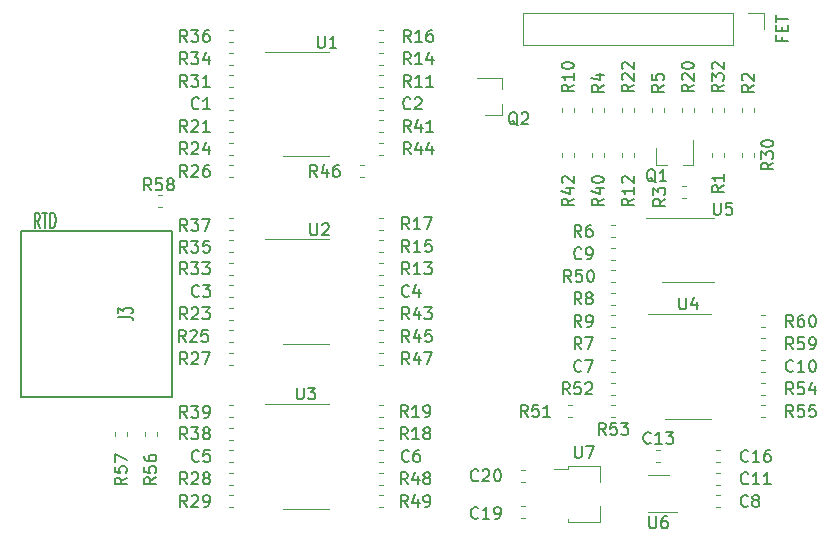
<source format=gbr>
%TF.GenerationSoftware,KiCad,Pcbnew,(5.1.6)-1*%
%TF.CreationDate,2020-08-31T12:11:16-04:00*%
%TF.ProjectId,FETtester,46455474-6573-4746-9572-2e6b69636164,rev?*%
%TF.SameCoordinates,Original*%
%TF.FileFunction,Legend,Top*%
%TF.FilePolarity,Positive*%
%FSLAX46Y46*%
G04 Gerber Fmt 4.6, Leading zero omitted, Abs format (unit mm)*
G04 Created by KiCad (PCBNEW (5.1.6)-1) date 2020-08-31 12:11:16*
%MOMM*%
%LPD*%
G01*
G04 APERTURE LIST*
%ADD10C,0.120000*%
%ADD11C,0.150000*%
%ADD12C,0.152400*%
G04 APERTURE END LIST*
D10*
%TO.C,J1*%
X156785000Y-79315000D02*
X156785000Y-81975000D01*
X174625000Y-79315000D02*
X156785000Y-79315000D01*
X174625000Y-81975000D02*
X156785000Y-81975000D01*
X174625000Y-79315000D02*
X174625000Y-81975000D01*
X175895000Y-79315000D02*
X177225000Y-79315000D01*
X177225000Y-79315000D02*
X177225000Y-80645000D01*
%TO.C,R60*%
X177327779Y-104900000D02*
X177002221Y-104900000D01*
X177327779Y-105920000D02*
X177002221Y-105920000D01*
%TO.C,R59*%
X177002221Y-107825000D02*
X177327779Y-107825000D01*
X177002221Y-106805000D02*
X177327779Y-106805000D01*
%TO.C,R58*%
X126248779Y-94740000D02*
X125923221Y-94740000D01*
X126248779Y-95760000D02*
X125923221Y-95760000D01*
%TO.C,R57*%
X123319000Y-115097779D02*
X123319000Y-114772221D01*
X122299000Y-115097779D02*
X122299000Y-114772221D01*
%TO.C,R56*%
X125808000Y-115072779D02*
X125808000Y-114747221D01*
X124788000Y-115072779D02*
X124788000Y-114747221D01*
%TO.C,R55*%
X177002221Y-113540000D02*
X177327779Y-113540000D01*
X177002221Y-112520000D02*
X177327779Y-112520000D01*
%TO.C,R54*%
X177002221Y-111635000D02*
X177327779Y-111635000D01*
X177002221Y-110615000D02*
X177327779Y-110615000D01*
D11*
%TO.C,J3*%
X127127000Y-111772700D02*
X114300000Y-111772700D01*
X127127000Y-97777300D02*
X127127000Y-111772700D01*
X114300000Y-97777300D02*
X127127000Y-97777300D01*
X114300000Y-111772700D02*
X114300000Y-97777300D01*
D10*
%TO.C,R38*%
X132242779Y-115445000D02*
X131917221Y-115445000D01*
X132242779Y-114425000D02*
X131917221Y-114425000D01*
%TO.C,C6*%
X144942779Y-117350000D02*
X144617221Y-117350000D01*
X144942779Y-116330000D02*
X144617221Y-116330000D01*
%TO.C,Q2*%
X155065000Y-87940000D02*
X153605000Y-87940000D01*
X155065000Y-84780000D02*
X152905000Y-84780000D01*
X155065000Y-84780000D02*
X155065000Y-85710000D01*
X155065000Y-87940000D02*
X155065000Y-87010000D01*
%TO.C,C20*%
X156656221Y-119025000D02*
X156981779Y-119025000D01*
X156656221Y-118005000D02*
X156981779Y-118005000D01*
%TO.C,C19*%
X156981779Y-121005000D02*
X156656221Y-121005000D01*
X156981779Y-122025000D02*
X156656221Y-122025000D01*
%TO.C,C16*%
X173192221Y-117350000D02*
X173517779Y-117350000D01*
X173192221Y-116330000D02*
X173517779Y-116330000D01*
%TO.C,C11*%
X173192221Y-119255000D02*
X173517779Y-119255000D01*
X173192221Y-118235000D02*
X173517779Y-118235000D01*
%TO.C,C10*%
X177327779Y-109730000D02*
X177002221Y-109730000D01*
X177327779Y-108710000D02*
X177002221Y-108710000D01*
%TO.C,U3*%
X138430000Y-121275000D02*
X140380000Y-121275000D01*
X138430000Y-121275000D02*
X136480000Y-121275000D01*
X138430000Y-112405000D02*
X140380000Y-112405000D01*
X138430000Y-112405000D02*
X134980000Y-112405000D01*
%TO.C,U2*%
X138430000Y-107305000D02*
X140380000Y-107305000D01*
X138430000Y-107305000D02*
X136480000Y-107305000D01*
X138430000Y-98435000D02*
X140380000Y-98435000D01*
X138430000Y-98435000D02*
X134980000Y-98435000D01*
%TO.C,U1*%
X138430000Y-91430000D02*
X140380000Y-91430000D01*
X138430000Y-91430000D02*
X136480000Y-91430000D01*
X138430000Y-82560000D02*
X140380000Y-82560000D01*
X138430000Y-82560000D02*
X134980000Y-82560000D01*
%TO.C,R49*%
X144617221Y-120140000D02*
X144942779Y-120140000D01*
X144617221Y-121160000D02*
X144942779Y-121160000D01*
%TO.C,R48*%
X144617221Y-118235000D02*
X144942779Y-118235000D01*
X144617221Y-119255000D02*
X144942779Y-119255000D01*
%TO.C,R47*%
X144942779Y-109095000D02*
X144617221Y-109095000D01*
X144942779Y-108075000D02*
X144617221Y-108075000D01*
%TO.C,R46*%
X143367779Y-93220000D02*
X143042221Y-93220000D01*
X143367779Y-92200000D02*
X143042221Y-92200000D01*
%TO.C,R45*%
X144617221Y-106170000D02*
X144942779Y-106170000D01*
X144617221Y-107190000D02*
X144942779Y-107190000D01*
%TO.C,R44*%
X144942779Y-91315000D02*
X144617221Y-91315000D01*
X144942779Y-90295000D02*
X144617221Y-90295000D01*
%TO.C,R43*%
X144942779Y-105285000D02*
X144617221Y-105285000D01*
X144942779Y-104265000D02*
X144617221Y-104265000D01*
%TO.C,R42*%
X160145000Y-91475779D02*
X160145000Y-91150221D01*
X161165000Y-91475779D02*
X161165000Y-91150221D01*
%TO.C,R41*%
X144942779Y-89410000D02*
X144617221Y-89410000D01*
X144942779Y-88390000D02*
X144617221Y-88390000D01*
%TO.C,R40*%
X162685000Y-91475779D02*
X162685000Y-91150221D01*
X163705000Y-91475779D02*
X163705000Y-91150221D01*
%TO.C,R39*%
X132242779Y-113540000D02*
X131917221Y-113540000D01*
X132242779Y-112520000D02*
X131917221Y-112520000D01*
%TO.C,R37*%
X131917221Y-96645000D02*
X132242779Y-96645000D01*
X131917221Y-97665000D02*
X132242779Y-97665000D01*
%TO.C,R36*%
X132242779Y-81790000D02*
X131917221Y-81790000D01*
X132242779Y-80770000D02*
X131917221Y-80770000D01*
%TO.C,R35*%
X132242779Y-99570000D02*
X131917221Y-99570000D01*
X132242779Y-98550000D02*
X131917221Y-98550000D01*
%TO.C,R34*%
X131917221Y-82675000D02*
X132242779Y-82675000D01*
X131917221Y-83695000D02*
X132242779Y-83695000D01*
%TO.C,R33*%
X131917221Y-100455000D02*
X132242779Y-100455000D01*
X131917221Y-101475000D02*
X132242779Y-101475000D01*
%TO.C,R32*%
X172845000Y-87665779D02*
X172845000Y-87340221D01*
X173865000Y-87665779D02*
X173865000Y-87340221D01*
%TO.C,R31*%
X131917221Y-84580000D02*
X132242779Y-84580000D01*
X131917221Y-85600000D02*
X132242779Y-85600000D01*
%TO.C,R30*%
X175385000Y-91475779D02*
X175385000Y-91150221D01*
X176405000Y-91475779D02*
X176405000Y-91150221D01*
%TO.C,R29*%
X132242779Y-121160000D02*
X131917221Y-121160000D01*
X132242779Y-120140000D02*
X131917221Y-120140000D01*
%TO.C,R28*%
X132242779Y-119255000D02*
X131917221Y-119255000D01*
X132242779Y-118235000D02*
X131917221Y-118235000D01*
%TO.C,R27*%
X131917221Y-108075000D02*
X132242779Y-108075000D01*
X131917221Y-109095000D02*
X132242779Y-109095000D01*
%TO.C,R26*%
X132242779Y-93220000D02*
X131917221Y-93220000D01*
X132242779Y-92200000D02*
X131917221Y-92200000D01*
%TO.C,R25*%
X132242779Y-107190000D02*
X131917221Y-107190000D01*
X132242779Y-106170000D02*
X131917221Y-106170000D01*
%TO.C,R24*%
X131917221Y-90295000D02*
X132242779Y-90295000D01*
X131917221Y-91315000D02*
X132242779Y-91315000D01*
%TO.C,R23*%
X131917221Y-104265000D02*
X132242779Y-104265000D01*
X131917221Y-105285000D02*
X132242779Y-105285000D01*
%TO.C,R22*%
X165225000Y-87665779D02*
X165225000Y-87340221D01*
X166245000Y-87665779D02*
X166245000Y-87340221D01*
%TO.C,R21*%
X131917221Y-88390000D02*
X132242779Y-88390000D01*
X131917221Y-89410000D02*
X132242779Y-89410000D01*
%TO.C,R20*%
X170305000Y-87665779D02*
X170305000Y-87340221D01*
X171325000Y-87665779D02*
X171325000Y-87340221D01*
%TO.C,R19*%
X144617221Y-112520000D02*
X144942779Y-112520000D01*
X144617221Y-113540000D02*
X144942779Y-113540000D01*
%TO.C,R18*%
X144617221Y-114425000D02*
X144942779Y-114425000D01*
X144617221Y-115445000D02*
X144942779Y-115445000D01*
%TO.C,R17*%
X144942779Y-97665000D02*
X144617221Y-97665000D01*
X144942779Y-96645000D02*
X144617221Y-96645000D01*
%TO.C,R16*%
X144617221Y-80770000D02*
X144942779Y-80770000D01*
X144617221Y-81790000D02*
X144942779Y-81790000D01*
%TO.C,R15*%
X144617221Y-98550000D02*
X144942779Y-98550000D01*
X144617221Y-99570000D02*
X144942779Y-99570000D01*
%TO.C,R14*%
X144942779Y-83695000D02*
X144617221Y-83695000D01*
X144942779Y-82675000D02*
X144617221Y-82675000D01*
%TO.C,R13*%
X144942779Y-101475000D02*
X144617221Y-101475000D01*
X144942779Y-100455000D02*
X144617221Y-100455000D01*
%TO.C,R12*%
X165225000Y-91475779D02*
X165225000Y-91150221D01*
X166245000Y-91475779D02*
X166245000Y-91150221D01*
%TO.C,R11*%
X144942779Y-85600000D02*
X144617221Y-85600000D01*
X144942779Y-84580000D02*
X144617221Y-84580000D01*
%TO.C,R10*%
X160145000Y-87665779D02*
X160145000Y-87340221D01*
X161165000Y-87665779D02*
X161165000Y-87340221D01*
%TO.C,R9*%
X164302221Y-104900000D02*
X164627779Y-104900000D01*
X164302221Y-105920000D02*
X164627779Y-105920000D01*
%TO.C,R8*%
X164627779Y-104015000D02*
X164302221Y-104015000D01*
X164627779Y-102995000D02*
X164302221Y-102995000D01*
%TO.C,R7*%
X164627779Y-107825000D02*
X164302221Y-107825000D01*
X164627779Y-106805000D02*
X164302221Y-106805000D01*
%TO.C,R6*%
X164302221Y-97280000D02*
X164627779Y-97280000D01*
X164302221Y-98300000D02*
X164627779Y-98300000D01*
%TO.C,R5*%
X168785000Y-87340221D02*
X168785000Y-87665779D01*
X167765000Y-87340221D02*
X167765000Y-87665779D01*
%TO.C,R4*%
X162685000Y-87665779D02*
X162685000Y-87340221D01*
X163705000Y-87665779D02*
X163705000Y-87340221D01*
%TO.C,R3*%
X170622779Y-94998000D02*
X170297221Y-94998000D01*
X170622779Y-93978000D02*
X170297221Y-93978000D01*
%TO.C,R2*%
X176405000Y-87340221D02*
X176405000Y-87665779D01*
X175385000Y-87340221D02*
X175385000Y-87665779D01*
%TO.C,R1*%
X172845000Y-91475779D02*
X172845000Y-91150221D01*
X173865000Y-91475779D02*
X173865000Y-91150221D01*
%TO.C,Q1*%
X168092000Y-92200000D02*
X169022000Y-92200000D01*
X171252000Y-92200000D02*
X170322000Y-92200000D01*
X171252000Y-92200000D02*
X171252000Y-90040000D01*
X168092000Y-92200000D02*
X168092000Y-90740000D01*
%TO.C,C9*%
X164302221Y-99185000D02*
X164627779Y-99185000D01*
X164302221Y-100205000D02*
X164627779Y-100205000D01*
%TO.C,C8*%
X173192221Y-120140000D02*
X173517779Y-120140000D01*
X173192221Y-121160000D02*
X173517779Y-121160000D01*
%TO.C,C7*%
X164302221Y-108710000D02*
X164627779Y-108710000D01*
X164302221Y-109730000D02*
X164627779Y-109730000D01*
%TO.C,C5*%
X131917221Y-116330000D02*
X132242779Y-116330000D01*
X131917221Y-117350000D02*
X132242779Y-117350000D01*
%TO.C,C4*%
X144942779Y-103380000D02*
X144617221Y-103380000D01*
X144942779Y-102360000D02*
X144617221Y-102360000D01*
%TO.C,C3*%
X131917221Y-102360000D02*
X132242779Y-102360000D01*
X131917221Y-103380000D02*
X132242779Y-103380000D01*
%TO.C,C2*%
X144942779Y-87505000D02*
X144617221Y-87505000D01*
X144942779Y-86485000D02*
X144617221Y-86485000D01*
%TO.C,C1*%
X131917221Y-86485000D02*
X132242779Y-86485000D01*
X131917221Y-87505000D02*
X132242779Y-87505000D01*
%TO.C,R50*%
X164302221Y-101090000D02*
X164627779Y-101090000D01*
X164302221Y-102110000D02*
X164627779Y-102110000D01*
%TO.C,R51*%
X160619221Y-113540000D02*
X160944779Y-113540000D01*
X160619221Y-112520000D02*
X160944779Y-112520000D01*
%TO.C,R52*%
X164627779Y-110615000D02*
X164302221Y-110615000D01*
X164627779Y-111635000D02*
X164302221Y-111635000D01*
%TO.C,R53*%
X164302221Y-112520000D02*
X164627779Y-112520000D01*
X164302221Y-113540000D02*
X164627779Y-113540000D01*
%TO.C,U4*%
X170815000Y-104785000D02*
X167365000Y-104785000D01*
X170815000Y-104785000D02*
X172765000Y-104785000D01*
X170815000Y-113655000D02*
X168865000Y-113655000D01*
X170815000Y-113655000D02*
X172765000Y-113655000D01*
%TO.C,U5*%
X170815000Y-96635000D02*
X167215000Y-96635000D01*
X170815000Y-96635000D02*
X173015000Y-96635000D01*
X170815000Y-102105000D02*
X168615000Y-102105000D01*
X170815000Y-102105000D02*
X173015000Y-102105000D01*
%TO.C,U6*%
X167395000Y-121525000D02*
X169825000Y-121525000D01*
X169155000Y-118455000D02*
X167395000Y-118455000D01*
%TO.C,U7*%
X160610000Y-122375000D02*
X160610000Y-122145000D01*
X160610000Y-117655000D02*
X160610000Y-117885000D01*
X160610000Y-117655000D02*
X163330000Y-117655000D01*
X163330000Y-117655000D02*
X163330000Y-118965000D01*
X159470000Y-117885000D02*
X160610000Y-117885000D01*
X163330000Y-122375000D02*
X160610000Y-122375000D01*
X163330000Y-121065000D02*
X163330000Y-122375000D01*
%TO.C,C13*%
X168437779Y-116330000D02*
X168112221Y-116330000D01*
X168437779Y-117350000D02*
X168112221Y-117350000D01*
%TO.C,J1*%
D11*
X178744571Y-81335476D02*
X178744571Y-81668809D01*
X179268380Y-81668809D02*
X178268380Y-81668809D01*
X178268380Y-81192619D01*
X178744571Y-80811666D02*
X178744571Y-80478333D01*
X179268380Y-80335476D02*
X179268380Y-80811666D01*
X178268380Y-80811666D01*
X178268380Y-80335476D01*
X178268380Y-80049761D02*
X178268380Y-79478333D01*
X179268380Y-79764047D02*
X178268380Y-79764047D01*
%TO.C,R60*%
X179697142Y-105862380D02*
X179363809Y-105386190D01*
X179125714Y-105862380D02*
X179125714Y-104862380D01*
X179506666Y-104862380D01*
X179601904Y-104910000D01*
X179649523Y-104957619D01*
X179697142Y-105052857D01*
X179697142Y-105195714D01*
X179649523Y-105290952D01*
X179601904Y-105338571D01*
X179506666Y-105386190D01*
X179125714Y-105386190D01*
X180554285Y-104862380D02*
X180363809Y-104862380D01*
X180268571Y-104910000D01*
X180220952Y-104957619D01*
X180125714Y-105100476D01*
X180078095Y-105290952D01*
X180078095Y-105671904D01*
X180125714Y-105767142D01*
X180173333Y-105814761D01*
X180268571Y-105862380D01*
X180459047Y-105862380D01*
X180554285Y-105814761D01*
X180601904Y-105767142D01*
X180649523Y-105671904D01*
X180649523Y-105433809D01*
X180601904Y-105338571D01*
X180554285Y-105290952D01*
X180459047Y-105243333D01*
X180268571Y-105243333D01*
X180173333Y-105290952D01*
X180125714Y-105338571D01*
X180078095Y-105433809D01*
X181268571Y-104862380D02*
X181363809Y-104862380D01*
X181459047Y-104910000D01*
X181506666Y-104957619D01*
X181554285Y-105052857D01*
X181601904Y-105243333D01*
X181601904Y-105481428D01*
X181554285Y-105671904D01*
X181506666Y-105767142D01*
X181459047Y-105814761D01*
X181363809Y-105862380D01*
X181268571Y-105862380D01*
X181173333Y-105814761D01*
X181125714Y-105767142D01*
X181078095Y-105671904D01*
X181030476Y-105481428D01*
X181030476Y-105243333D01*
X181078095Y-105052857D01*
X181125714Y-104957619D01*
X181173333Y-104910000D01*
X181268571Y-104862380D01*
%TO.C,R59*%
X179697142Y-107767380D02*
X179363809Y-107291190D01*
X179125714Y-107767380D02*
X179125714Y-106767380D01*
X179506666Y-106767380D01*
X179601904Y-106815000D01*
X179649523Y-106862619D01*
X179697142Y-106957857D01*
X179697142Y-107100714D01*
X179649523Y-107195952D01*
X179601904Y-107243571D01*
X179506666Y-107291190D01*
X179125714Y-107291190D01*
X180601904Y-106767380D02*
X180125714Y-106767380D01*
X180078095Y-107243571D01*
X180125714Y-107195952D01*
X180220952Y-107148333D01*
X180459047Y-107148333D01*
X180554285Y-107195952D01*
X180601904Y-107243571D01*
X180649523Y-107338809D01*
X180649523Y-107576904D01*
X180601904Y-107672142D01*
X180554285Y-107719761D01*
X180459047Y-107767380D01*
X180220952Y-107767380D01*
X180125714Y-107719761D01*
X180078095Y-107672142D01*
X181125714Y-107767380D02*
X181316190Y-107767380D01*
X181411428Y-107719761D01*
X181459047Y-107672142D01*
X181554285Y-107529285D01*
X181601904Y-107338809D01*
X181601904Y-106957857D01*
X181554285Y-106862619D01*
X181506666Y-106815000D01*
X181411428Y-106767380D01*
X181220952Y-106767380D01*
X181125714Y-106815000D01*
X181078095Y-106862619D01*
X181030476Y-106957857D01*
X181030476Y-107195952D01*
X181078095Y-107291190D01*
X181125714Y-107338809D01*
X181220952Y-107386428D01*
X181411428Y-107386428D01*
X181506666Y-107338809D01*
X181554285Y-107291190D01*
X181601904Y-107195952D01*
%TO.C,R58*%
X125341542Y-94305380D02*
X125008209Y-93829190D01*
X124770114Y-94305380D02*
X124770114Y-93305380D01*
X125151066Y-93305380D01*
X125246304Y-93353000D01*
X125293923Y-93400619D01*
X125341542Y-93495857D01*
X125341542Y-93638714D01*
X125293923Y-93733952D01*
X125246304Y-93781571D01*
X125151066Y-93829190D01*
X124770114Y-93829190D01*
X126246304Y-93305380D02*
X125770114Y-93305380D01*
X125722495Y-93781571D01*
X125770114Y-93733952D01*
X125865352Y-93686333D01*
X126103447Y-93686333D01*
X126198685Y-93733952D01*
X126246304Y-93781571D01*
X126293923Y-93876809D01*
X126293923Y-94114904D01*
X126246304Y-94210142D01*
X126198685Y-94257761D01*
X126103447Y-94305380D01*
X125865352Y-94305380D01*
X125770114Y-94257761D01*
X125722495Y-94210142D01*
X126865352Y-93733952D02*
X126770114Y-93686333D01*
X126722495Y-93638714D01*
X126674876Y-93543476D01*
X126674876Y-93495857D01*
X126722495Y-93400619D01*
X126770114Y-93353000D01*
X126865352Y-93305380D01*
X127055828Y-93305380D01*
X127151066Y-93353000D01*
X127198685Y-93400619D01*
X127246304Y-93495857D01*
X127246304Y-93543476D01*
X127198685Y-93638714D01*
X127151066Y-93686333D01*
X127055828Y-93733952D01*
X126865352Y-93733952D01*
X126770114Y-93781571D01*
X126722495Y-93829190D01*
X126674876Y-93924428D01*
X126674876Y-94114904D01*
X126722495Y-94210142D01*
X126770114Y-94257761D01*
X126865352Y-94305380D01*
X127055828Y-94305380D01*
X127151066Y-94257761D01*
X127198685Y-94210142D01*
X127246304Y-94114904D01*
X127246304Y-93924428D01*
X127198685Y-93829190D01*
X127151066Y-93781571D01*
X127055828Y-93733952D01*
%TO.C,R57*%
X123261380Y-118625857D02*
X122785190Y-118959190D01*
X123261380Y-119197285D02*
X122261380Y-119197285D01*
X122261380Y-118816333D01*
X122309000Y-118721095D01*
X122356619Y-118673476D01*
X122451857Y-118625857D01*
X122594714Y-118625857D01*
X122689952Y-118673476D01*
X122737571Y-118721095D01*
X122785190Y-118816333D01*
X122785190Y-119197285D01*
X122261380Y-117721095D02*
X122261380Y-118197285D01*
X122737571Y-118244904D01*
X122689952Y-118197285D01*
X122642333Y-118102047D01*
X122642333Y-117863952D01*
X122689952Y-117768714D01*
X122737571Y-117721095D01*
X122832809Y-117673476D01*
X123070904Y-117673476D01*
X123166142Y-117721095D01*
X123213761Y-117768714D01*
X123261380Y-117863952D01*
X123261380Y-118102047D01*
X123213761Y-118197285D01*
X123166142Y-118244904D01*
X122261380Y-117340142D02*
X122261380Y-116673476D01*
X123261380Y-117102047D01*
%TO.C,R56*%
X125750380Y-118600857D02*
X125274190Y-118934190D01*
X125750380Y-119172285D02*
X124750380Y-119172285D01*
X124750380Y-118791333D01*
X124798000Y-118696095D01*
X124845619Y-118648476D01*
X124940857Y-118600857D01*
X125083714Y-118600857D01*
X125178952Y-118648476D01*
X125226571Y-118696095D01*
X125274190Y-118791333D01*
X125274190Y-119172285D01*
X124750380Y-117696095D02*
X124750380Y-118172285D01*
X125226571Y-118219904D01*
X125178952Y-118172285D01*
X125131333Y-118077047D01*
X125131333Y-117838952D01*
X125178952Y-117743714D01*
X125226571Y-117696095D01*
X125321809Y-117648476D01*
X125559904Y-117648476D01*
X125655142Y-117696095D01*
X125702761Y-117743714D01*
X125750380Y-117838952D01*
X125750380Y-118077047D01*
X125702761Y-118172285D01*
X125655142Y-118219904D01*
X124750380Y-116791333D02*
X124750380Y-116981809D01*
X124798000Y-117077047D01*
X124845619Y-117124666D01*
X124988476Y-117219904D01*
X125178952Y-117267523D01*
X125559904Y-117267523D01*
X125655142Y-117219904D01*
X125702761Y-117172285D01*
X125750380Y-117077047D01*
X125750380Y-116886571D01*
X125702761Y-116791333D01*
X125655142Y-116743714D01*
X125559904Y-116696095D01*
X125321809Y-116696095D01*
X125226571Y-116743714D01*
X125178952Y-116791333D01*
X125131333Y-116886571D01*
X125131333Y-117077047D01*
X125178952Y-117172285D01*
X125226571Y-117219904D01*
X125321809Y-117267523D01*
%TO.C,R55*%
X179697142Y-113482380D02*
X179363809Y-113006190D01*
X179125714Y-113482380D02*
X179125714Y-112482380D01*
X179506666Y-112482380D01*
X179601904Y-112530000D01*
X179649523Y-112577619D01*
X179697142Y-112672857D01*
X179697142Y-112815714D01*
X179649523Y-112910952D01*
X179601904Y-112958571D01*
X179506666Y-113006190D01*
X179125714Y-113006190D01*
X180601904Y-112482380D02*
X180125714Y-112482380D01*
X180078095Y-112958571D01*
X180125714Y-112910952D01*
X180220952Y-112863333D01*
X180459047Y-112863333D01*
X180554285Y-112910952D01*
X180601904Y-112958571D01*
X180649523Y-113053809D01*
X180649523Y-113291904D01*
X180601904Y-113387142D01*
X180554285Y-113434761D01*
X180459047Y-113482380D01*
X180220952Y-113482380D01*
X180125714Y-113434761D01*
X180078095Y-113387142D01*
X181554285Y-112482380D02*
X181078095Y-112482380D01*
X181030476Y-112958571D01*
X181078095Y-112910952D01*
X181173333Y-112863333D01*
X181411428Y-112863333D01*
X181506666Y-112910952D01*
X181554285Y-112958571D01*
X181601904Y-113053809D01*
X181601904Y-113291904D01*
X181554285Y-113387142D01*
X181506666Y-113434761D01*
X181411428Y-113482380D01*
X181173333Y-113482380D01*
X181078095Y-113434761D01*
X181030476Y-113387142D01*
%TO.C,R54*%
X179697142Y-111577380D02*
X179363809Y-111101190D01*
X179125714Y-111577380D02*
X179125714Y-110577380D01*
X179506666Y-110577380D01*
X179601904Y-110625000D01*
X179649523Y-110672619D01*
X179697142Y-110767857D01*
X179697142Y-110910714D01*
X179649523Y-111005952D01*
X179601904Y-111053571D01*
X179506666Y-111101190D01*
X179125714Y-111101190D01*
X180601904Y-110577380D02*
X180125714Y-110577380D01*
X180078095Y-111053571D01*
X180125714Y-111005952D01*
X180220952Y-110958333D01*
X180459047Y-110958333D01*
X180554285Y-111005952D01*
X180601904Y-111053571D01*
X180649523Y-111148809D01*
X180649523Y-111386904D01*
X180601904Y-111482142D01*
X180554285Y-111529761D01*
X180459047Y-111577380D01*
X180220952Y-111577380D01*
X180125714Y-111529761D01*
X180078095Y-111482142D01*
X181506666Y-110910714D02*
X181506666Y-111577380D01*
X181268571Y-110529761D02*
X181030476Y-111244047D01*
X181649523Y-111244047D01*
%TO.C,J3*%
D12*
X122494523Y-105029000D02*
X123401666Y-105029000D01*
X123583095Y-105065285D01*
X123704047Y-105137857D01*
X123764523Y-105246714D01*
X123764523Y-105319285D01*
X122494523Y-104738714D02*
X122494523Y-104267000D01*
X122978333Y-104521000D01*
X122978333Y-104412142D01*
X123038809Y-104339571D01*
X123099285Y-104303285D01*
X123220238Y-104267000D01*
X123522619Y-104267000D01*
X123643571Y-104303285D01*
X123704047Y-104339571D01*
X123764523Y-104412142D01*
X123764523Y-104629857D01*
X123704047Y-104702428D01*
X123643571Y-104738714D01*
X115896571Y-97475523D02*
X115642571Y-96870761D01*
X115461142Y-97475523D02*
X115461142Y-96205523D01*
X115751428Y-96205523D01*
X115824000Y-96266000D01*
X115860285Y-96326476D01*
X115896571Y-96447428D01*
X115896571Y-96628857D01*
X115860285Y-96749809D01*
X115824000Y-96810285D01*
X115751428Y-96870761D01*
X115461142Y-96870761D01*
X116114285Y-96205523D02*
X116549714Y-96205523D01*
X116332000Y-97475523D02*
X116332000Y-96205523D01*
X116803714Y-97475523D02*
X116803714Y-96205523D01*
X116985142Y-96205523D01*
X117094000Y-96266000D01*
X117166571Y-96386952D01*
X117202857Y-96507904D01*
X117239142Y-96749809D01*
X117239142Y-96931238D01*
X117202857Y-97173142D01*
X117166571Y-97294095D01*
X117094000Y-97415047D01*
X116985142Y-97475523D01*
X116803714Y-97475523D01*
%TO.C,R38*%
D11*
X128389142Y-115387380D02*
X128055809Y-114911190D01*
X127817714Y-115387380D02*
X127817714Y-114387380D01*
X128198666Y-114387380D01*
X128293904Y-114435000D01*
X128341523Y-114482619D01*
X128389142Y-114577857D01*
X128389142Y-114720714D01*
X128341523Y-114815952D01*
X128293904Y-114863571D01*
X128198666Y-114911190D01*
X127817714Y-114911190D01*
X128722476Y-114387380D02*
X129341523Y-114387380D01*
X129008190Y-114768333D01*
X129151047Y-114768333D01*
X129246285Y-114815952D01*
X129293904Y-114863571D01*
X129341523Y-114958809D01*
X129341523Y-115196904D01*
X129293904Y-115292142D01*
X129246285Y-115339761D01*
X129151047Y-115387380D01*
X128865333Y-115387380D01*
X128770095Y-115339761D01*
X128722476Y-115292142D01*
X129912952Y-114815952D02*
X129817714Y-114768333D01*
X129770095Y-114720714D01*
X129722476Y-114625476D01*
X129722476Y-114577857D01*
X129770095Y-114482619D01*
X129817714Y-114435000D01*
X129912952Y-114387380D01*
X130103428Y-114387380D01*
X130198666Y-114435000D01*
X130246285Y-114482619D01*
X130293904Y-114577857D01*
X130293904Y-114625476D01*
X130246285Y-114720714D01*
X130198666Y-114768333D01*
X130103428Y-114815952D01*
X129912952Y-114815952D01*
X129817714Y-114863571D01*
X129770095Y-114911190D01*
X129722476Y-115006428D01*
X129722476Y-115196904D01*
X129770095Y-115292142D01*
X129817714Y-115339761D01*
X129912952Y-115387380D01*
X130103428Y-115387380D01*
X130198666Y-115339761D01*
X130246285Y-115292142D01*
X130293904Y-115196904D01*
X130293904Y-115006428D01*
X130246285Y-114911190D01*
X130198666Y-114863571D01*
X130103428Y-114815952D01*
%TO.C,C6*%
X147153333Y-117197142D02*
X147105714Y-117244761D01*
X146962857Y-117292380D01*
X146867619Y-117292380D01*
X146724761Y-117244761D01*
X146629523Y-117149523D01*
X146581904Y-117054285D01*
X146534285Y-116863809D01*
X146534285Y-116720952D01*
X146581904Y-116530476D01*
X146629523Y-116435238D01*
X146724761Y-116340000D01*
X146867619Y-116292380D01*
X146962857Y-116292380D01*
X147105714Y-116340000D01*
X147153333Y-116387619D01*
X148010476Y-116292380D02*
X147820000Y-116292380D01*
X147724761Y-116340000D01*
X147677142Y-116387619D01*
X147581904Y-116530476D01*
X147534285Y-116720952D01*
X147534285Y-117101904D01*
X147581904Y-117197142D01*
X147629523Y-117244761D01*
X147724761Y-117292380D01*
X147915238Y-117292380D01*
X148010476Y-117244761D01*
X148058095Y-117197142D01*
X148105714Y-117101904D01*
X148105714Y-116863809D01*
X148058095Y-116768571D01*
X148010476Y-116720952D01*
X147915238Y-116673333D01*
X147724761Y-116673333D01*
X147629523Y-116720952D01*
X147581904Y-116768571D01*
X147534285Y-116863809D01*
%TO.C,Q2*%
X156368761Y-88812619D02*
X156273523Y-88765000D01*
X156178285Y-88669761D01*
X156035428Y-88526904D01*
X155940190Y-88479285D01*
X155844952Y-88479285D01*
X155892571Y-88717380D02*
X155797333Y-88669761D01*
X155702095Y-88574523D01*
X155654476Y-88384047D01*
X155654476Y-88050714D01*
X155702095Y-87860238D01*
X155797333Y-87765000D01*
X155892571Y-87717380D01*
X156083047Y-87717380D01*
X156178285Y-87765000D01*
X156273523Y-87860238D01*
X156321142Y-88050714D01*
X156321142Y-88384047D01*
X156273523Y-88574523D01*
X156178285Y-88669761D01*
X156083047Y-88717380D01*
X155892571Y-88717380D01*
X156702095Y-87812619D02*
X156749714Y-87765000D01*
X156844952Y-87717380D01*
X157083047Y-87717380D01*
X157178285Y-87765000D01*
X157225904Y-87812619D01*
X157273523Y-87907857D01*
X157273523Y-88003095D01*
X157225904Y-88145952D01*
X156654476Y-88717380D01*
X157273523Y-88717380D01*
%TO.C,C20*%
X153027142Y-118848142D02*
X152979523Y-118895761D01*
X152836666Y-118943380D01*
X152741428Y-118943380D01*
X152598571Y-118895761D01*
X152503333Y-118800523D01*
X152455714Y-118705285D01*
X152408095Y-118514809D01*
X152408095Y-118371952D01*
X152455714Y-118181476D01*
X152503333Y-118086238D01*
X152598571Y-117991000D01*
X152741428Y-117943380D01*
X152836666Y-117943380D01*
X152979523Y-117991000D01*
X153027142Y-118038619D01*
X153408095Y-118038619D02*
X153455714Y-117991000D01*
X153550952Y-117943380D01*
X153789047Y-117943380D01*
X153884285Y-117991000D01*
X153931904Y-118038619D01*
X153979523Y-118133857D01*
X153979523Y-118229095D01*
X153931904Y-118371952D01*
X153360476Y-118943380D01*
X153979523Y-118943380D01*
X154598571Y-117943380D02*
X154693809Y-117943380D01*
X154789047Y-117991000D01*
X154836666Y-118038619D01*
X154884285Y-118133857D01*
X154931904Y-118324333D01*
X154931904Y-118562428D01*
X154884285Y-118752904D01*
X154836666Y-118848142D01*
X154789047Y-118895761D01*
X154693809Y-118943380D01*
X154598571Y-118943380D01*
X154503333Y-118895761D01*
X154455714Y-118848142D01*
X154408095Y-118752904D01*
X154360476Y-118562428D01*
X154360476Y-118324333D01*
X154408095Y-118133857D01*
X154455714Y-118038619D01*
X154503333Y-117991000D01*
X154598571Y-117943380D01*
%TO.C,C19*%
X153027142Y-122023142D02*
X152979523Y-122070761D01*
X152836666Y-122118380D01*
X152741428Y-122118380D01*
X152598571Y-122070761D01*
X152503333Y-121975523D01*
X152455714Y-121880285D01*
X152408095Y-121689809D01*
X152408095Y-121546952D01*
X152455714Y-121356476D01*
X152503333Y-121261238D01*
X152598571Y-121166000D01*
X152741428Y-121118380D01*
X152836666Y-121118380D01*
X152979523Y-121166000D01*
X153027142Y-121213619D01*
X153979523Y-122118380D02*
X153408095Y-122118380D01*
X153693809Y-122118380D02*
X153693809Y-121118380D01*
X153598571Y-121261238D01*
X153503333Y-121356476D01*
X153408095Y-121404095D01*
X154455714Y-122118380D02*
X154646190Y-122118380D01*
X154741428Y-122070761D01*
X154789047Y-122023142D01*
X154884285Y-121880285D01*
X154931904Y-121689809D01*
X154931904Y-121308857D01*
X154884285Y-121213619D01*
X154836666Y-121166000D01*
X154741428Y-121118380D01*
X154550952Y-121118380D01*
X154455714Y-121166000D01*
X154408095Y-121213619D01*
X154360476Y-121308857D01*
X154360476Y-121546952D01*
X154408095Y-121642190D01*
X154455714Y-121689809D01*
X154550952Y-121737428D01*
X154741428Y-121737428D01*
X154836666Y-121689809D01*
X154884285Y-121642190D01*
X154931904Y-121546952D01*
%TO.C,C16*%
X175887142Y-117197142D02*
X175839523Y-117244761D01*
X175696666Y-117292380D01*
X175601428Y-117292380D01*
X175458571Y-117244761D01*
X175363333Y-117149523D01*
X175315714Y-117054285D01*
X175268095Y-116863809D01*
X175268095Y-116720952D01*
X175315714Y-116530476D01*
X175363333Y-116435238D01*
X175458571Y-116340000D01*
X175601428Y-116292380D01*
X175696666Y-116292380D01*
X175839523Y-116340000D01*
X175887142Y-116387619D01*
X176839523Y-117292380D02*
X176268095Y-117292380D01*
X176553809Y-117292380D02*
X176553809Y-116292380D01*
X176458571Y-116435238D01*
X176363333Y-116530476D01*
X176268095Y-116578095D01*
X177696666Y-116292380D02*
X177506190Y-116292380D01*
X177410952Y-116340000D01*
X177363333Y-116387619D01*
X177268095Y-116530476D01*
X177220476Y-116720952D01*
X177220476Y-117101904D01*
X177268095Y-117197142D01*
X177315714Y-117244761D01*
X177410952Y-117292380D01*
X177601428Y-117292380D01*
X177696666Y-117244761D01*
X177744285Y-117197142D01*
X177791904Y-117101904D01*
X177791904Y-116863809D01*
X177744285Y-116768571D01*
X177696666Y-116720952D01*
X177601428Y-116673333D01*
X177410952Y-116673333D01*
X177315714Y-116720952D01*
X177268095Y-116768571D01*
X177220476Y-116863809D01*
%TO.C,C11*%
X175887142Y-119102142D02*
X175839523Y-119149761D01*
X175696666Y-119197380D01*
X175601428Y-119197380D01*
X175458571Y-119149761D01*
X175363333Y-119054523D01*
X175315714Y-118959285D01*
X175268095Y-118768809D01*
X175268095Y-118625952D01*
X175315714Y-118435476D01*
X175363333Y-118340238D01*
X175458571Y-118245000D01*
X175601428Y-118197380D01*
X175696666Y-118197380D01*
X175839523Y-118245000D01*
X175887142Y-118292619D01*
X176839523Y-119197380D02*
X176268095Y-119197380D01*
X176553809Y-119197380D02*
X176553809Y-118197380D01*
X176458571Y-118340238D01*
X176363333Y-118435476D01*
X176268095Y-118483095D01*
X177791904Y-119197380D02*
X177220476Y-119197380D01*
X177506190Y-119197380D02*
X177506190Y-118197380D01*
X177410952Y-118340238D01*
X177315714Y-118435476D01*
X177220476Y-118483095D01*
%TO.C,C10*%
X179697142Y-109577142D02*
X179649523Y-109624761D01*
X179506666Y-109672380D01*
X179411428Y-109672380D01*
X179268571Y-109624761D01*
X179173333Y-109529523D01*
X179125714Y-109434285D01*
X179078095Y-109243809D01*
X179078095Y-109100952D01*
X179125714Y-108910476D01*
X179173333Y-108815238D01*
X179268571Y-108720000D01*
X179411428Y-108672380D01*
X179506666Y-108672380D01*
X179649523Y-108720000D01*
X179697142Y-108767619D01*
X180649523Y-109672380D02*
X180078095Y-109672380D01*
X180363809Y-109672380D02*
X180363809Y-108672380D01*
X180268571Y-108815238D01*
X180173333Y-108910476D01*
X180078095Y-108958095D01*
X181268571Y-108672380D02*
X181363809Y-108672380D01*
X181459047Y-108720000D01*
X181506666Y-108767619D01*
X181554285Y-108862857D01*
X181601904Y-109053333D01*
X181601904Y-109291428D01*
X181554285Y-109481904D01*
X181506666Y-109577142D01*
X181459047Y-109624761D01*
X181363809Y-109672380D01*
X181268571Y-109672380D01*
X181173333Y-109624761D01*
X181125714Y-109577142D01*
X181078095Y-109481904D01*
X181030476Y-109291428D01*
X181030476Y-109053333D01*
X181078095Y-108862857D01*
X181125714Y-108767619D01*
X181173333Y-108720000D01*
X181268571Y-108672380D01*
%TO.C,U3*%
X137668095Y-111012380D02*
X137668095Y-111821904D01*
X137715714Y-111917142D01*
X137763333Y-111964761D01*
X137858571Y-112012380D01*
X138049047Y-112012380D01*
X138144285Y-111964761D01*
X138191904Y-111917142D01*
X138239523Y-111821904D01*
X138239523Y-111012380D01*
X138620476Y-111012380D02*
X139239523Y-111012380D01*
X138906190Y-111393333D01*
X139049047Y-111393333D01*
X139144285Y-111440952D01*
X139191904Y-111488571D01*
X139239523Y-111583809D01*
X139239523Y-111821904D01*
X139191904Y-111917142D01*
X139144285Y-111964761D01*
X139049047Y-112012380D01*
X138763333Y-112012380D01*
X138668095Y-111964761D01*
X138620476Y-111917142D01*
%TO.C,U2*%
X138811095Y-97115380D02*
X138811095Y-97924904D01*
X138858714Y-98020142D01*
X138906333Y-98067761D01*
X139001571Y-98115380D01*
X139192047Y-98115380D01*
X139287285Y-98067761D01*
X139334904Y-98020142D01*
X139382523Y-97924904D01*
X139382523Y-97115380D01*
X139811095Y-97210619D02*
X139858714Y-97163000D01*
X139953952Y-97115380D01*
X140192047Y-97115380D01*
X140287285Y-97163000D01*
X140334904Y-97210619D01*
X140382523Y-97305857D01*
X140382523Y-97401095D01*
X140334904Y-97543952D01*
X139763476Y-98115380D01*
X140382523Y-98115380D01*
%TO.C,U1*%
X139446095Y-81240380D02*
X139446095Y-82049904D01*
X139493714Y-82145142D01*
X139541333Y-82192761D01*
X139636571Y-82240380D01*
X139827047Y-82240380D01*
X139922285Y-82192761D01*
X139969904Y-82145142D01*
X140017523Y-82049904D01*
X140017523Y-81240380D01*
X141017523Y-82240380D02*
X140446095Y-82240380D01*
X140731809Y-82240380D02*
X140731809Y-81240380D01*
X140636571Y-81383238D01*
X140541333Y-81478476D01*
X140446095Y-81526095D01*
%TO.C,R49*%
X147058142Y-121102380D02*
X146724809Y-120626190D01*
X146486714Y-121102380D02*
X146486714Y-120102380D01*
X146867666Y-120102380D01*
X146962904Y-120150000D01*
X147010523Y-120197619D01*
X147058142Y-120292857D01*
X147058142Y-120435714D01*
X147010523Y-120530952D01*
X146962904Y-120578571D01*
X146867666Y-120626190D01*
X146486714Y-120626190D01*
X147915285Y-120435714D02*
X147915285Y-121102380D01*
X147677190Y-120054761D02*
X147439095Y-120769047D01*
X148058142Y-120769047D01*
X148486714Y-121102380D02*
X148677190Y-121102380D01*
X148772428Y-121054761D01*
X148820047Y-121007142D01*
X148915285Y-120864285D01*
X148962904Y-120673809D01*
X148962904Y-120292857D01*
X148915285Y-120197619D01*
X148867666Y-120150000D01*
X148772428Y-120102380D01*
X148581952Y-120102380D01*
X148486714Y-120150000D01*
X148439095Y-120197619D01*
X148391476Y-120292857D01*
X148391476Y-120530952D01*
X148439095Y-120626190D01*
X148486714Y-120673809D01*
X148581952Y-120721428D01*
X148772428Y-120721428D01*
X148867666Y-120673809D01*
X148915285Y-120626190D01*
X148962904Y-120530952D01*
%TO.C,R48*%
X147058142Y-119197380D02*
X146724809Y-118721190D01*
X146486714Y-119197380D02*
X146486714Y-118197380D01*
X146867666Y-118197380D01*
X146962904Y-118245000D01*
X147010523Y-118292619D01*
X147058142Y-118387857D01*
X147058142Y-118530714D01*
X147010523Y-118625952D01*
X146962904Y-118673571D01*
X146867666Y-118721190D01*
X146486714Y-118721190D01*
X147915285Y-118530714D02*
X147915285Y-119197380D01*
X147677190Y-118149761D02*
X147439095Y-118864047D01*
X148058142Y-118864047D01*
X148581952Y-118625952D02*
X148486714Y-118578333D01*
X148439095Y-118530714D01*
X148391476Y-118435476D01*
X148391476Y-118387857D01*
X148439095Y-118292619D01*
X148486714Y-118245000D01*
X148581952Y-118197380D01*
X148772428Y-118197380D01*
X148867666Y-118245000D01*
X148915285Y-118292619D01*
X148962904Y-118387857D01*
X148962904Y-118435476D01*
X148915285Y-118530714D01*
X148867666Y-118578333D01*
X148772428Y-118625952D01*
X148581952Y-118625952D01*
X148486714Y-118673571D01*
X148439095Y-118721190D01*
X148391476Y-118816428D01*
X148391476Y-119006904D01*
X148439095Y-119102142D01*
X148486714Y-119149761D01*
X148581952Y-119197380D01*
X148772428Y-119197380D01*
X148867666Y-119149761D01*
X148915285Y-119102142D01*
X148962904Y-119006904D01*
X148962904Y-118816428D01*
X148915285Y-118721190D01*
X148867666Y-118673571D01*
X148772428Y-118625952D01*
%TO.C,R47*%
X147185142Y-109037380D02*
X146851809Y-108561190D01*
X146613714Y-109037380D02*
X146613714Y-108037380D01*
X146994666Y-108037380D01*
X147089904Y-108085000D01*
X147137523Y-108132619D01*
X147185142Y-108227857D01*
X147185142Y-108370714D01*
X147137523Y-108465952D01*
X147089904Y-108513571D01*
X146994666Y-108561190D01*
X146613714Y-108561190D01*
X148042285Y-108370714D02*
X148042285Y-109037380D01*
X147804190Y-107989761D02*
X147566095Y-108704047D01*
X148185142Y-108704047D01*
X148470857Y-108037380D02*
X149137523Y-108037380D01*
X148708952Y-109037380D01*
%TO.C,R46*%
X139387142Y-93162380D02*
X139053809Y-92686190D01*
X138815714Y-93162380D02*
X138815714Y-92162380D01*
X139196666Y-92162380D01*
X139291904Y-92210000D01*
X139339523Y-92257619D01*
X139387142Y-92352857D01*
X139387142Y-92495714D01*
X139339523Y-92590952D01*
X139291904Y-92638571D01*
X139196666Y-92686190D01*
X138815714Y-92686190D01*
X140244285Y-92495714D02*
X140244285Y-93162380D01*
X140006190Y-92114761D02*
X139768095Y-92829047D01*
X140387142Y-92829047D01*
X141196666Y-92162380D02*
X141006190Y-92162380D01*
X140910952Y-92210000D01*
X140863333Y-92257619D01*
X140768095Y-92400476D01*
X140720476Y-92590952D01*
X140720476Y-92971904D01*
X140768095Y-93067142D01*
X140815714Y-93114761D01*
X140910952Y-93162380D01*
X141101428Y-93162380D01*
X141196666Y-93114761D01*
X141244285Y-93067142D01*
X141291904Y-92971904D01*
X141291904Y-92733809D01*
X141244285Y-92638571D01*
X141196666Y-92590952D01*
X141101428Y-92543333D01*
X140910952Y-92543333D01*
X140815714Y-92590952D01*
X140768095Y-92638571D01*
X140720476Y-92733809D01*
%TO.C,R45*%
X147185142Y-107132380D02*
X146851809Y-106656190D01*
X146613714Y-107132380D02*
X146613714Y-106132380D01*
X146994666Y-106132380D01*
X147089904Y-106180000D01*
X147137523Y-106227619D01*
X147185142Y-106322857D01*
X147185142Y-106465714D01*
X147137523Y-106560952D01*
X147089904Y-106608571D01*
X146994666Y-106656190D01*
X146613714Y-106656190D01*
X148042285Y-106465714D02*
X148042285Y-107132380D01*
X147804190Y-106084761D02*
X147566095Y-106799047D01*
X148185142Y-106799047D01*
X149042285Y-106132380D02*
X148566095Y-106132380D01*
X148518476Y-106608571D01*
X148566095Y-106560952D01*
X148661333Y-106513333D01*
X148899428Y-106513333D01*
X148994666Y-106560952D01*
X149042285Y-106608571D01*
X149089904Y-106703809D01*
X149089904Y-106941904D01*
X149042285Y-107037142D01*
X148994666Y-107084761D01*
X148899428Y-107132380D01*
X148661333Y-107132380D01*
X148566095Y-107084761D01*
X148518476Y-107037142D01*
%TO.C,R44*%
X147312142Y-91257380D02*
X146978809Y-90781190D01*
X146740714Y-91257380D02*
X146740714Y-90257380D01*
X147121666Y-90257380D01*
X147216904Y-90305000D01*
X147264523Y-90352619D01*
X147312142Y-90447857D01*
X147312142Y-90590714D01*
X147264523Y-90685952D01*
X147216904Y-90733571D01*
X147121666Y-90781190D01*
X146740714Y-90781190D01*
X148169285Y-90590714D02*
X148169285Y-91257380D01*
X147931190Y-90209761D02*
X147693095Y-90924047D01*
X148312142Y-90924047D01*
X149121666Y-90590714D02*
X149121666Y-91257380D01*
X148883571Y-90209761D02*
X148645476Y-90924047D01*
X149264523Y-90924047D01*
%TO.C,R43*%
X147185142Y-105227380D02*
X146851809Y-104751190D01*
X146613714Y-105227380D02*
X146613714Y-104227380D01*
X146994666Y-104227380D01*
X147089904Y-104275000D01*
X147137523Y-104322619D01*
X147185142Y-104417857D01*
X147185142Y-104560714D01*
X147137523Y-104655952D01*
X147089904Y-104703571D01*
X146994666Y-104751190D01*
X146613714Y-104751190D01*
X148042285Y-104560714D02*
X148042285Y-105227380D01*
X147804190Y-104179761D02*
X147566095Y-104894047D01*
X148185142Y-104894047D01*
X148470857Y-104227380D02*
X149089904Y-104227380D01*
X148756571Y-104608333D01*
X148899428Y-104608333D01*
X148994666Y-104655952D01*
X149042285Y-104703571D01*
X149089904Y-104798809D01*
X149089904Y-105036904D01*
X149042285Y-105132142D01*
X148994666Y-105179761D01*
X148899428Y-105227380D01*
X148613714Y-105227380D01*
X148518476Y-105179761D01*
X148470857Y-105132142D01*
%TO.C,R42*%
X161107380Y-95003857D02*
X160631190Y-95337190D01*
X161107380Y-95575285D02*
X160107380Y-95575285D01*
X160107380Y-95194333D01*
X160155000Y-95099095D01*
X160202619Y-95051476D01*
X160297857Y-95003857D01*
X160440714Y-95003857D01*
X160535952Y-95051476D01*
X160583571Y-95099095D01*
X160631190Y-95194333D01*
X160631190Y-95575285D01*
X160440714Y-94146714D02*
X161107380Y-94146714D01*
X160059761Y-94384809D02*
X160774047Y-94622904D01*
X160774047Y-94003857D01*
X160202619Y-93670523D02*
X160155000Y-93622904D01*
X160107380Y-93527666D01*
X160107380Y-93289571D01*
X160155000Y-93194333D01*
X160202619Y-93146714D01*
X160297857Y-93099095D01*
X160393095Y-93099095D01*
X160535952Y-93146714D01*
X161107380Y-93718142D01*
X161107380Y-93099095D01*
%TO.C,R41*%
X147312142Y-89352380D02*
X146978809Y-88876190D01*
X146740714Y-89352380D02*
X146740714Y-88352380D01*
X147121666Y-88352380D01*
X147216904Y-88400000D01*
X147264523Y-88447619D01*
X147312142Y-88542857D01*
X147312142Y-88685714D01*
X147264523Y-88780952D01*
X147216904Y-88828571D01*
X147121666Y-88876190D01*
X146740714Y-88876190D01*
X148169285Y-88685714D02*
X148169285Y-89352380D01*
X147931190Y-88304761D02*
X147693095Y-89019047D01*
X148312142Y-89019047D01*
X149216904Y-89352380D02*
X148645476Y-89352380D01*
X148931190Y-89352380D02*
X148931190Y-88352380D01*
X148835952Y-88495238D01*
X148740714Y-88590476D01*
X148645476Y-88638095D01*
%TO.C,R40*%
X163647380Y-95003857D02*
X163171190Y-95337190D01*
X163647380Y-95575285D02*
X162647380Y-95575285D01*
X162647380Y-95194333D01*
X162695000Y-95099095D01*
X162742619Y-95051476D01*
X162837857Y-95003857D01*
X162980714Y-95003857D01*
X163075952Y-95051476D01*
X163123571Y-95099095D01*
X163171190Y-95194333D01*
X163171190Y-95575285D01*
X162980714Y-94146714D02*
X163647380Y-94146714D01*
X162599761Y-94384809D02*
X163314047Y-94622904D01*
X163314047Y-94003857D01*
X162647380Y-93432428D02*
X162647380Y-93337190D01*
X162695000Y-93241952D01*
X162742619Y-93194333D01*
X162837857Y-93146714D01*
X163028333Y-93099095D01*
X163266428Y-93099095D01*
X163456904Y-93146714D01*
X163552142Y-93194333D01*
X163599761Y-93241952D01*
X163647380Y-93337190D01*
X163647380Y-93432428D01*
X163599761Y-93527666D01*
X163552142Y-93575285D01*
X163456904Y-93622904D01*
X163266428Y-93670523D01*
X163028333Y-93670523D01*
X162837857Y-93622904D01*
X162742619Y-93575285D01*
X162695000Y-93527666D01*
X162647380Y-93432428D01*
%TO.C,R39*%
X128389142Y-113558580D02*
X128055809Y-113082390D01*
X127817714Y-113558580D02*
X127817714Y-112558580D01*
X128198666Y-112558580D01*
X128293904Y-112606200D01*
X128341523Y-112653819D01*
X128389142Y-112749057D01*
X128389142Y-112891914D01*
X128341523Y-112987152D01*
X128293904Y-113034771D01*
X128198666Y-113082390D01*
X127817714Y-113082390D01*
X128722476Y-112558580D02*
X129341523Y-112558580D01*
X129008190Y-112939533D01*
X129151047Y-112939533D01*
X129246285Y-112987152D01*
X129293904Y-113034771D01*
X129341523Y-113130009D01*
X129341523Y-113368104D01*
X129293904Y-113463342D01*
X129246285Y-113510961D01*
X129151047Y-113558580D01*
X128865333Y-113558580D01*
X128770095Y-113510961D01*
X128722476Y-113463342D01*
X129817714Y-113558580D02*
X130008190Y-113558580D01*
X130103428Y-113510961D01*
X130151047Y-113463342D01*
X130246285Y-113320485D01*
X130293904Y-113130009D01*
X130293904Y-112749057D01*
X130246285Y-112653819D01*
X130198666Y-112606200D01*
X130103428Y-112558580D01*
X129912952Y-112558580D01*
X129817714Y-112606200D01*
X129770095Y-112653819D01*
X129722476Y-112749057D01*
X129722476Y-112987152D01*
X129770095Y-113082390D01*
X129817714Y-113130009D01*
X129912952Y-113177628D01*
X130103428Y-113177628D01*
X130198666Y-113130009D01*
X130246285Y-113082390D01*
X130293904Y-112987152D01*
%TO.C,R37*%
X128389142Y-97734380D02*
X128055809Y-97258190D01*
X127817714Y-97734380D02*
X127817714Y-96734380D01*
X128198666Y-96734380D01*
X128293904Y-96782000D01*
X128341523Y-96829619D01*
X128389142Y-96924857D01*
X128389142Y-97067714D01*
X128341523Y-97162952D01*
X128293904Y-97210571D01*
X128198666Y-97258190D01*
X127817714Y-97258190D01*
X128722476Y-96734380D02*
X129341523Y-96734380D01*
X129008190Y-97115333D01*
X129151047Y-97115333D01*
X129246285Y-97162952D01*
X129293904Y-97210571D01*
X129341523Y-97305809D01*
X129341523Y-97543904D01*
X129293904Y-97639142D01*
X129246285Y-97686761D01*
X129151047Y-97734380D01*
X128865333Y-97734380D01*
X128770095Y-97686761D01*
X128722476Y-97639142D01*
X129674857Y-96734380D02*
X130341523Y-96734380D01*
X129912952Y-97734380D01*
%TO.C,R36*%
X128389142Y-81732380D02*
X128055809Y-81256190D01*
X127817714Y-81732380D02*
X127817714Y-80732380D01*
X128198666Y-80732380D01*
X128293904Y-80780000D01*
X128341523Y-80827619D01*
X128389142Y-80922857D01*
X128389142Y-81065714D01*
X128341523Y-81160952D01*
X128293904Y-81208571D01*
X128198666Y-81256190D01*
X127817714Y-81256190D01*
X128722476Y-80732380D02*
X129341523Y-80732380D01*
X129008190Y-81113333D01*
X129151047Y-81113333D01*
X129246285Y-81160952D01*
X129293904Y-81208571D01*
X129341523Y-81303809D01*
X129341523Y-81541904D01*
X129293904Y-81637142D01*
X129246285Y-81684761D01*
X129151047Y-81732380D01*
X128865333Y-81732380D01*
X128770095Y-81684761D01*
X128722476Y-81637142D01*
X130198666Y-80732380D02*
X130008190Y-80732380D01*
X129912952Y-80780000D01*
X129865333Y-80827619D01*
X129770095Y-80970476D01*
X129722476Y-81160952D01*
X129722476Y-81541904D01*
X129770095Y-81637142D01*
X129817714Y-81684761D01*
X129912952Y-81732380D01*
X130103428Y-81732380D01*
X130198666Y-81684761D01*
X130246285Y-81637142D01*
X130293904Y-81541904D01*
X130293904Y-81303809D01*
X130246285Y-81208571D01*
X130198666Y-81160952D01*
X130103428Y-81113333D01*
X129912952Y-81113333D01*
X129817714Y-81160952D01*
X129770095Y-81208571D01*
X129722476Y-81303809D01*
%TO.C,R35*%
X128389142Y-99575880D02*
X128055809Y-99099690D01*
X127817714Y-99575880D02*
X127817714Y-98575880D01*
X128198666Y-98575880D01*
X128293904Y-98623500D01*
X128341523Y-98671119D01*
X128389142Y-98766357D01*
X128389142Y-98909214D01*
X128341523Y-99004452D01*
X128293904Y-99052071D01*
X128198666Y-99099690D01*
X127817714Y-99099690D01*
X128722476Y-98575880D02*
X129341523Y-98575880D01*
X129008190Y-98956833D01*
X129151047Y-98956833D01*
X129246285Y-99004452D01*
X129293904Y-99052071D01*
X129341523Y-99147309D01*
X129341523Y-99385404D01*
X129293904Y-99480642D01*
X129246285Y-99528261D01*
X129151047Y-99575880D01*
X128865333Y-99575880D01*
X128770095Y-99528261D01*
X128722476Y-99480642D01*
X130246285Y-98575880D02*
X129770095Y-98575880D01*
X129722476Y-99052071D01*
X129770095Y-99004452D01*
X129865333Y-98956833D01*
X130103428Y-98956833D01*
X130198666Y-99004452D01*
X130246285Y-99052071D01*
X130293904Y-99147309D01*
X130293904Y-99385404D01*
X130246285Y-99480642D01*
X130198666Y-99528261D01*
X130103428Y-99575880D01*
X129865333Y-99575880D01*
X129770095Y-99528261D01*
X129722476Y-99480642D01*
%TO.C,R34*%
X128389142Y-83637380D02*
X128055809Y-83161190D01*
X127817714Y-83637380D02*
X127817714Y-82637380D01*
X128198666Y-82637380D01*
X128293904Y-82685000D01*
X128341523Y-82732619D01*
X128389142Y-82827857D01*
X128389142Y-82970714D01*
X128341523Y-83065952D01*
X128293904Y-83113571D01*
X128198666Y-83161190D01*
X127817714Y-83161190D01*
X128722476Y-82637380D02*
X129341523Y-82637380D01*
X129008190Y-83018333D01*
X129151047Y-83018333D01*
X129246285Y-83065952D01*
X129293904Y-83113571D01*
X129341523Y-83208809D01*
X129341523Y-83446904D01*
X129293904Y-83542142D01*
X129246285Y-83589761D01*
X129151047Y-83637380D01*
X128865333Y-83637380D01*
X128770095Y-83589761D01*
X128722476Y-83542142D01*
X130198666Y-82970714D02*
X130198666Y-83637380D01*
X129960571Y-82589761D02*
X129722476Y-83304047D01*
X130341523Y-83304047D01*
%TO.C,R33*%
X128389142Y-101417380D02*
X128055809Y-100941190D01*
X127817714Y-101417380D02*
X127817714Y-100417380D01*
X128198666Y-100417380D01*
X128293904Y-100465000D01*
X128341523Y-100512619D01*
X128389142Y-100607857D01*
X128389142Y-100750714D01*
X128341523Y-100845952D01*
X128293904Y-100893571D01*
X128198666Y-100941190D01*
X127817714Y-100941190D01*
X128722476Y-100417380D02*
X129341523Y-100417380D01*
X129008190Y-100798333D01*
X129151047Y-100798333D01*
X129246285Y-100845952D01*
X129293904Y-100893571D01*
X129341523Y-100988809D01*
X129341523Y-101226904D01*
X129293904Y-101322142D01*
X129246285Y-101369761D01*
X129151047Y-101417380D01*
X128865333Y-101417380D01*
X128770095Y-101369761D01*
X128722476Y-101322142D01*
X129674857Y-100417380D02*
X130293904Y-100417380D01*
X129960571Y-100798333D01*
X130103428Y-100798333D01*
X130198666Y-100845952D01*
X130246285Y-100893571D01*
X130293904Y-100988809D01*
X130293904Y-101226904D01*
X130246285Y-101322142D01*
X130198666Y-101369761D01*
X130103428Y-101417380D01*
X129817714Y-101417380D01*
X129722476Y-101369761D01*
X129674857Y-101322142D01*
%TO.C,R32*%
X173807380Y-85351857D02*
X173331190Y-85685190D01*
X173807380Y-85923285D02*
X172807380Y-85923285D01*
X172807380Y-85542333D01*
X172855000Y-85447095D01*
X172902619Y-85399476D01*
X172997857Y-85351857D01*
X173140714Y-85351857D01*
X173235952Y-85399476D01*
X173283571Y-85447095D01*
X173331190Y-85542333D01*
X173331190Y-85923285D01*
X172807380Y-85018523D02*
X172807380Y-84399476D01*
X173188333Y-84732809D01*
X173188333Y-84589952D01*
X173235952Y-84494714D01*
X173283571Y-84447095D01*
X173378809Y-84399476D01*
X173616904Y-84399476D01*
X173712142Y-84447095D01*
X173759761Y-84494714D01*
X173807380Y-84589952D01*
X173807380Y-84875666D01*
X173759761Y-84970904D01*
X173712142Y-85018523D01*
X172902619Y-84018523D02*
X172855000Y-83970904D01*
X172807380Y-83875666D01*
X172807380Y-83637571D01*
X172855000Y-83542333D01*
X172902619Y-83494714D01*
X172997857Y-83447095D01*
X173093095Y-83447095D01*
X173235952Y-83494714D01*
X173807380Y-84066142D01*
X173807380Y-83447095D01*
%TO.C,R31*%
X128389142Y-85542380D02*
X128055809Y-85066190D01*
X127817714Y-85542380D02*
X127817714Y-84542380D01*
X128198666Y-84542380D01*
X128293904Y-84590000D01*
X128341523Y-84637619D01*
X128389142Y-84732857D01*
X128389142Y-84875714D01*
X128341523Y-84970952D01*
X128293904Y-85018571D01*
X128198666Y-85066190D01*
X127817714Y-85066190D01*
X128722476Y-84542380D02*
X129341523Y-84542380D01*
X129008190Y-84923333D01*
X129151047Y-84923333D01*
X129246285Y-84970952D01*
X129293904Y-85018571D01*
X129341523Y-85113809D01*
X129341523Y-85351904D01*
X129293904Y-85447142D01*
X129246285Y-85494761D01*
X129151047Y-85542380D01*
X128865333Y-85542380D01*
X128770095Y-85494761D01*
X128722476Y-85447142D01*
X130293904Y-85542380D02*
X129722476Y-85542380D01*
X130008190Y-85542380D02*
X130008190Y-84542380D01*
X129912952Y-84685238D01*
X129817714Y-84780476D01*
X129722476Y-84828095D01*
%TO.C,R30*%
X177998380Y-91955857D02*
X177522190Y-92289190D01*
X177998380Y-92527285D02*
X176998380Y-92527285D01*
X176998380Y-92146333D01*
X177046000Y-92051095D01*
X177093619Y-92003476D01*
X177188857Y-91955857D01*
X177331714Y-91955857D01*
X177426952Y-92003476D01*
X177474571Y-92051095D01*
X177522190Y-92146333D01*
X177522190Y-92527285D01*
X176998380Y-91622523D02*
X176998380Y-91003476D01*
X177379333Y-91336809D01*
X177379333Y-91193952D01*
X177426952Y-91098714D01*
X177474571Y-91051095D01*
X177569809Y-91003476D01*
X177807904Y-91003476D01*
X177903142Y-91051095D01*
X177950761Y-91098714D01*
X177998380Y-91193952D01*
X177998380Y-91479666D01*
X177950761Y-91574904D01*
X177903142Y-91622523D01*
X176998380Y-90384428D02*
X176998380Y-90289190D01*
X177046000Y-90193952D01*
X177093619Y-90146333D01*
X177188857Y-90098714D01*
X177379333Y-90051095D01*
X177617428Y-90051095D01*
X177807904Y-90098714D01*
X177903142Y-90146333D01*
X177950761Y-90193952D01*
X177998380Y-90289190D01*
X177998380Y-90384428D01*
X177950761Y-90479666D01*
X177903142Y-90527285D01*
X177807904Y-90574904D01*
X177617428Y-90622523D01*
X177379333Y-90622523D01*
X177188857Y-90574904D01*
X177093619Y-90527285D01*
X177046000Y-90479666D01*
X176998380Y-90384428D01*
%TO.C,R29*%
X128389142Y-121102380D02*
X128055809Y-120626190D01*
X127817714Y-121102380D02*
X127817714Y-120102380D01*
X128198666Y-120102380D01*
X128293904Y-120150000D01*
X128341523Y-120197619D01*
X128389142Y-120292857D01*
X128389142Y-120435714D01*
X128341523Y-120530952D01*
X128293904Y-120578571D01*
X128198666Y-120626190D01*
X127817714Y-120626190D01*
X128770095Y-120197619D02*
X128817714Y-120150000D01*
X128912952Y-120102380D01*
X129151047Y-120102380D01*
X129246285Y-120150000D01*
X129293904Y-120197619D01*
X129341523Y-120292857D01*
X129341523Y-120388095D01*
X129293904Y-120530952D01*
X128722476Y-121102380D01*
X129341523Y-121102380D01*
X129817714Y-121102380D02*
X130008190Y-121102380D01*
X130103428Y-121054761D01*
X130151047Y-121007142D01*
X130246285Y-120864285D01*
X130293904Y-120673809D01*
X130293904Y-120292857D01*
X130246285Y-120197619D01*
X130198666Y-120150000D01*
X130103428Y-120102380D01*
X129912952Y-120102380D01*
X129817714Y-120150000D01*
X129770095Y-120197619D01*
X129722476Y-120292857D01*
X129722476Y-120530952D01*
X129770095Y-120626190D01*
X129817714Y-120673809D01*
X129912952Y-120721428D01*
X130103428Y-120721428D01*
X130198666Y-120673809D01*
X130246285Y-120626190D01*
X130293904Y-120530952D01*
%TO.C,R28*%
X128389142Y-119197380D02*
X128055809Y-118721190D01*
X127817714Y-119197380D02*
X127817714Y-118197380D01*
X128198666Y-118197380D01*
X128293904Y-118245000D01*
X128341523Y-118292619D01*
X128389142Y-118387857D01*
X128389142Y-118530714D01*
X128341523Y-118625952D01*
X128293904Y-118673571D01*
X128198666Y-118721190D01*
X127817714Y-118721190D01*
X128770095Y-118292619D02*
X128817714Y-118245000D01*
X128912952Y-118197380D01*
X129151047Y-118197380D01*
X129246285Y-118245000D01*
X129293904Y-118292619D01*
X129341523Y-118387857D01*
X129341523Y-118483095D01*
X129293904Y-118625952D01*
X128722476Y-119197380D01*
X129341523Y-119197380D01*
X129912952Y-118625952D02*
X129817714Y-118578333D01*
X129770095Y-118530714D01*
X129722476Y-118435476D01*
X129722476Y-118387857D01*
X129770095Y-118292619D01*
X129817714Y-118245000D01*
X129912952Y-118197380D01*
X130103428Y-118197380D01*
X130198666Y-118245000D01*
X130246285Y-118292619D01*
X130293904Y-118387857D01*
X130293904Y-118435476D01*
X130246285Y-118530714D01*
X130198666Y-118578333D01*
X130103428Y-118625952D01*
X129912952Y-118625952D01*
X129817714Y-118673571D01*
X129770095Y-118721190D01*
X129722476Y-118816428D01*
X129722476Y-119006904D01*
X129770095Y-119102142D01*
X129817714Y-119149761D01*
X129912952Y-119197380D01*
X130103428Y-119197380D01*
X130198666Y-119149761D01*
X130246285Y-119102142D01*
X130293904Y-119006904D01*
X130293904Y-118816428D01*
X130246285Y-118721190D01*
X130198666Y-118673571D01*
X130103428Y-118625952D01*
%TO.C,R27*%
X128389142Y-109037380D02*
X128055809Y-108561190D01*
X127817714Y-109037380D02*
X127817714Y-108037380D01*
X128198666Y-108037380D01*
X128293904Y-108085000D01*
X128341523Y-108132619D01*
X128389142Y-108227857D01*
X128389142Y-108370714D01*
X128341523Y-108465952D01*
X128293904Y-108513571D01*
X128198666Y-108561190D01*
X127817714Y-108561190D01*
X128770095Y-108132619D02*
X128817714Y-108085000D01*
X128912952Y-108037380D01*
X129151047Y-108037380D01*
X129246285Y-108085000D01*
X129293904Y-108132619D01*
X129341523Y-108227857D01*
X129341523Y-108323095D01*
X129293904Y-108465952D01*
X128722476Y-109037380D01*
X129341523Y-109037380D01*
X129674857Y-108037380D02*
X130341523Y-108037380D01*
X129912952Y-109037380D01*
%TO.C,R26*%
X128389142Y-93162380D02*
X128055809Y-92686190D01*
X127817714Y-93162380D02*
X127817714Y-92162380D01*
X128198666Y-92162380D01*
X128293904Y-92210000D01*
X128341523Y-92257619D01*
X128389142Y-92352857D01*
X128389142Y-92495714D01*
X128341523Y-92590952D01*
X128293904Y-92638571D01*
X128198666Y-92686190D01*
X127817714Y-92686190D01*
X128770095Y-92257619D02*
X128817714Y-92210000D01*
X128912952Y-92162380D01*
X129151047Y-92162380D01*
X129246285Y-92210000D01*
X129293904Y-92257619D01*
X129341523Y-92352857D01*
X129341523Y-92448095D01*
X129293904Y-92590952D01*
X128722476Y-93162380D01*
X129341523Y-93162380D01*
X130198666Y-92162380D02*
X130008190Y-92162380D01*
X129912952Y-92210000D01*
X129865333Y-92257619D01*
X129770095Y-92400476D01*
X129722476Y-92590952D01*
X129722476Y-92971904D01*
X129770095Y-93067142D01*
X129817714Y-93114761D01*
X129912952Y-93162380D01*
X130103428Y-93162380D01*
X130198666Y-93114761D01*
X130246285Y-93067142D01*
X130293904Y-92971904D01*
X130293904Y-92733809D01*
X130246285Y-92638571D01*
X130198666Y-92590952D01*
X130103428Y-92543333D01*
X129912952Y-92543333D01*
X129817714Y-92590952D01*
X129770095Y-92638571D01*
X129722476Y-92733809D01*
%TO.C,R25*%
X128262142Y-107132380D02*
X127928809Y-106656190D01*
X127690714Y-107132380D02*
X127690714Y-106132380D01*
X128071666Y-106132380D01*
X128166904Y-106180000D01*
X128214523Y-106227619D01*
X128262142Y-106322857D01*
X128262142Y-106465714D01*
X128214523Y-106560952D01*
X128166904Y-106608571D01*
X128071666Y-106656190D01*
X127690714Y-106656190D01*
X128643095Y-106227619D02*
X128690714Y-106180000D01*
X128785952Y-106132380D01*
X129024047Y-106132380D01*
X129119285Y-106180000D01*
X129166904Y-106227619D01*
X129214523Y-106322857D01*
X129214523Y-106418095D01*
X129166904Y-106560952D01*
X128595476Y-107132380D01*
X129214523Y-107132380D01*
X130119285Y-106132380D02*
X129643095Y-106132380D01*
X129595476Y-106608571D01*
X129643095Y-106560952D01*
X129738333Y-106513333D01*
X129976428Y-106513333D01*
X130071666Y-106560952D01*
X130119285Y-106608571D01*
X130166904Y-106703809D01*
X130166904Y-106941904D01*
X130119285Y-107037142D01*
X130071666Y-107084761D01*
X129976428Y-107132380D01*
X129738333Y-107132380D01*
X129643095Y-107084761D01*
X129595476Y-107037142D01*
%TO.C,R24*%
X128389142Y-91257380D02*
X128055809Y-90781190D01*
X127817714Y-91257380D02*
X127817714Y-90257380D01*
X128198666Y-90257380D01*
X128293904Y-90305000D01*
X128341523Y-90352619D01*
X128389142Y-90447857D01*
X128389142Y-90590714D01*
X128341523Y-90685952D01*
X128293904Y-90733571D01*
X128198666Y-90781190D01*
X127817714Y-90781190D01*
X128770095Y-90352619D02*
X128817714Y-90305000D01*
X128912952Y-90257380D01*
X129151047Y-90257380D01*
X129246285Y-90305000D01*
X129293904Y-90352619D01*
X129341523Y-90447857D01*
X129341523Y-90543095D01*
X129293904Y-90685952D01*
X128722476Y-91257380D01*
X129341523Y-91257380D01*
X130198666Y-90590714D02*
X130198666Y-91257380D01*
X129960571Y-90209761D02*
X129722476Y-90924047D01*
X130341523Y-90924047D01*
%TO.C,R23*%
X128389142Y-105227380D02*
X128055809Y-104751190D01*
X127817714Y-105227380D02*
X127817714Y-104227380D01*
X128198666Y-104227380D01*
X128293904Y-104275000D01*
X128341523Y-104322619D01*
X128389142Y-104417857D01*
X128389142Y-104560714D01*
X128341523Y-104655952D01*
X128293904Y-104703571D01*
X128198666Y-104751190D01*
X127817714Y-104751190D01*
X128770095Y-104322619D02*
X128817714Y-104275000D01*
X128912952Y-104227380D01*
X129151047Y-104227380D01*
X129246285Y-104275000D01*
X129293904Y-104322619D01*
X129341523Y-104417857D01*
X129341523Y-104513095D01*
X129293904Y-104655952D01*
X128722476Y-105227380D01*
X129341523Y-105227380D01*
X129674857Y-104227380D02*
X130293904Y-104227380D01*
X129960571Y-104608333D01*
X130103428Y-104608333D01*
X130198666Y-104655952D01*
X130246285Y-104703571D01*
X130293904Y-104798809D01*
X130293904Y-105036904D01*
X130246285Y-105132142D01*
X130198666Y-105179761D01*
X130103428Y-105227380D01*
X129817714Y-105227380D01*
X129722476Y-105179761D01*
X129674857Y-105132142D01*
%TO.C,R22*%
X166187380Y-85351857D02*
X165711190Y-85685190D01*
X166187380Y-85923285D02*
X165187380Y-85923285D01*
X165187380Y-85542333D01*
X165235000Y-85447095D01*
X165282619Y-85399476D01*
X165377857Y-85351857D01*
X165520714Y-85351857D01*
X165615952Y-85399476D01*
X165663571Y-85447095D01*
X165711190Y-85542333D01*
X165711190Y-85923285D01*
X165282619Y-84970904D02*
X165235000Y-84923285D01*
X165187380Y-84828047D01*
X165187380Y-84589952D01*
X165235000Y-84494714D01*
X165282619Y-84447095D01*
X165377857Y-84399476D01*
X165473095Y-84399476D01*
X165615952Y-84447095D01*
X166187380Y-85018523D01*
X166187380Y-84399476D01*
X165282619Y-84018523D02*
X165235000Y-83970904D01*
X165187380Y-83875666D01*
X165187380Y-83637571D01*
X165235000Y-83542333D01*
X165282619Y-83494714D01*
X165377857Y-83447095D01*
X165473095Y-83447095D01*
X165615952Y-83494714D01*
X166187380Y-84066142D01*
X166187380Y-83447095D01*
%TO.C,R21*%
X128389142Y-89352380D02*
X128055809Y-88876190D01*
X127817714Y-89352380D02*
X127817714Y-88352380D01*
X128198666Y-88352380D01*
X128293904Y-88400000D01*
X128341523Y-88447619D01*
X128389142Y-88542857D01*
X128389142Y-88685714D01*
X128341523Y-88780952D01*
X128293904Y-88828571D01*
X128198666Y-88876190D01*
X127817714Y-88876190D01*
X128770095Y-88447619D02*
X128817714Y-88400000D01*
X128912952Y-88352380D01*
X129151047Y-88352380D01*
X129246285Y-88400000D01*
X129293904Y-88447619D01*
X129341523Y-88542857D01*
X129341523Y-88638095D01*
X129293904Y-88780952D01*
X128722476Y-89352380D01*
X129341523Y-89352380D01*
X130293904Y-89352380D02*
X129722476Y-89352380D01*
X130008190Y-89352380D02*
X130008190Y-88352380D01*
X129912952Y-88495238D01*
X129817714Y-88590476D01*
X129722476Y-88638095D01*
%TO.C,R20*%
X171267380Y-85351857D02*
X170791190Y-85685190D01*
X171267380Y-85923285D02*
X170267380Y-85923285D01*
X170267380Y-85542333D01*
X170315000Y-85447095D01*
X170362619Y-85399476D01*
X170457857Y-85351857D01*
X170600714Y-85351857D01*
X170695952Y-85399476D01*
X170743571Y-85447095D01*
X170791190Y-85542333D01*
X170791190Y-85923285D01*
X170362619Y-84970904D02*
X170315000Y-84923285D01*
X170267380Y-84828047D01*
X170267380Y-84589952D01*
X170315000Y-84494714D01*
X170362619Y-84447095D01*
X170457857Y-84399476D01*
X170553095Y-84399476D01*
X170695952Y-84447095D01*
X171267380Y-85018523D01*
X171267380Y-84399476D01*
X170267380Y-83780428D02*
X170267380Y-83685190D01*
X170315000Y-83589952D01*
X170362619Y-83542333D01*
X170457857Y-83494714D01*
X170648333Y-83447095D01*
X170886428Y-83447095D01*
X171076904Y-83494714D01*
X171172142Y-83542333D01*
X171219761Y-83589952D01*
X171267380Y-83685190D01*
X171267380Y-83780428D01*
X171219761Y-83875666D01*
X171172142Y-83923285D01*
X171076904Y-83970904D01*
X170886428Y-84018523D01*
X170648333Y-84018523D01*
X170457857Y-83970904D01*
X170362619Y-83923285D01*
X170315000Y-83875666D01*
X170267380Y-83780428D01*
%TO.C,R19*%
X147058142Y-113507780D02*
X146724809Y-113031590D01*
X146486714Y-113507780D02*
X146486714Y-112507780D01*
X146867666Y-112507780D01*
X146962904Y-112555400D01*
X147010523Y-112603019D01*
X147058142Y-112698257D01*
X147058142Y-112841114D01*
X147010523Y-112936352D01*
X146962904Y-112983971D01*
X146867666Y-113031590D01*
X146486714Y-113031590D01*
X148010523Y-113507780D02*
X147439095Y-113507780D01*
X147724809Y-113507780D02*
X147724809Y-112507780D01*
X147629571Y-112650638D01*
X147534333Y-112745876D01*
X147439095Y-112793495D01*
X148486714Y-113507780D02*
X148677190Y-113507780D01*
X148772428Y-113460161D01*
X148820047Y-113412542D01*
X148915285Y-113269685D01*
X148962904Y-113079209D01*
X148962904Y-112698257D01*
X148915285Y-112603019D01*
X148867666Y-112555400D01*
X148772428Y-112507780D01*
X148581952Y-112507780D01*
X148486714Y-112555400D01*
X148439095Y-112603019D01*
X148391476Y-112698257D01*
X148391476Y-112936352D01*
X148439095Y-113031590D01*
X148486714Y-113079209D01*
X148581952Y-113126828D01*
X148772428Y-113126828D01*
X148867666Y-113079209D01*
X148915285Y-113031590D01*
X148962904Y-112936352D01*
%TO.C,R18*%
X147058142Y-115387380D02*
X146724809Y-114911190D01*
X146486714Y-115387380D02*
X146486714Y-114387380D01*
X146867666Y-114387380D01*
X146962904Y-114435000D01*
X147010523Y-114482619D01*
X147058142Y-114577857D01*
X147058142Y-114720714D01*
X147010523Y-114815952D01*
X146962904Y-114863571D01*
X146867666Y-114911190D01*
X146486714Y-114911190D01*
X148010523Y-115387380D02*
X147439095Y-115387380D01*
X147724809Y-115387380D02*
X147724809Y-114387380D01*
X147629571Y-114530238D01*
X147534333Y-114625476D01*
X147439095Y-114673095D01*
X148581952Y-114815952D02*
X148486714Y-114768333D01*
X148439095Y-114720714D01*
X148391476Y-114625476D01*
X148391476Y-114577857D01*
X148439095Y-114482619D01*
X148486714Y-114435000D01*
X148581952Y-114387380D01*
X148772428Y-114387380D01*
X148867666Y-114435000D01*
X148915285Y-114482619D01*
X148962904Y-114577857D01*
X148962904Y-114625476D01*
X148915285Y-114720714D01*
X148867666Y-114768333D01*
X148772428Y-114815952D01*
X148581952Y-114815952D01*
X148486714Y-114863571D01*
X148439095Y-114911190D01*
X148391476Y-115006428D01*
X148391476Y-115196904D01*
X148439095Y-115292142D01*
X148486714Y-115339761D01*
X148581952Y-115387380D01*
X148772428Y-115387380D01*
X148867666Y-115339761D01*
X148915285Y-115292142D01*
X148962904Y-115196904D01*
X148962904Y-115006428D01*
X148915285Y-114911190D01*
X148867666Y-114863571D01*
X148772428Y-114815952D01*
%TO.C,R17*%
X147185142Y-97607380D02*
X146851809Y-97131190D01*
X146613714Y-97607380D02*
X146613714Y-96607380D01*
X146994666Y-96607380D01*
X147089904Y-96655000D01*
X147137523Y-96702619D01*
X147185142Y-96797857D01*
X147185142Y-96940714D01*
X147137523Y-97035952D01*
X147089904Y-97083571D01*
X146994666Y-97131190D01*
X146613714Y-97131190D01*
X148137523Y-97607380D02*
X147566095Y-97607380D01*
X147851809Y-97607380D02*
X147851809Y-96607380D01*
X147756571Y-96750238D01*
X147661333Y-96845476D01*
X147566095Y-96893095D01*
X148470857Y-96607380D02*
X149137523Y-96607380D01*
X148708952Y-97607380D01*
%TO.C,R16*%
X147312142Y-81732380D02*
X146978809Y-81256190D01*
X146740714Y-81732380D02*
X146740714Y-80732380D01*
X147121666Y-80732380D01*
X147216904Y-80780000D01*
X147264523Y-80827619D01*
X147312142Y-80922857D01*
X147312142Y-81065714D01*
X147264523Y-81160952D01*
X147216904Y-81208571D01*
X147121666Y-81256190D01*
X146740714Y-81256190D01*
X148264523Y-81732380D02*
X147693095Y-81732380D01*
X147978809Y-81732380D02*
X147978809Y-80732380D01*
X147883571Y-80875238D01*
X147788333Y-80970476D01*
X147693095Y-81018095D01*
X149121666Y-80732380D02*
X148931190Y-80732380D01*
X148835952Y-80780000D01*
X148788333Y-80827619D01*
X148693095Y-80970476D01*
X148645476Y-81160952D01*
X148645476Y-81541904D01*
X148693095Y-81637142D01*
X148740714Y-81684761D01*
X148835952Y-81732380D01*
X149026428Y-81732380D01*
X149121666Y-81684761D01*
X149169285Y-81637142D01*
X149216904Y-81541904D01*
X149216904Y-81303809D01*
X149169285Y-81208571D01*
X149121666Y-81160952D01*
X149026428Y-81113333D01*
X148835952Y-81113333D01*
X148740714Y-81160952D01*
X148693095Y-81208571D01*
X148645476Y-81303809D01*
%TO.C,R15*%
X147185142Y-99512380D02*
X146851809Y-99036190D01*
X146613714Y-99512380D02*
X146613714Y-98512380D01*
X146994666Y-98512380D01*
X147089904Y-98560000D01*
X147137523Y-98607619D01*
X147185142Y-98702857D01*
X147185142Y-98845714D01*
X147137523Y-98940952D01*
X147089904Y-98988571D01*
X146994666Y-99036190D01*
X146613714Y-99036190D01*
X148137523Y-99512380D02*
X147566095Y-99512380D01*
X147851809Y-99512380D02*
X147851809Y-98512380D01*
X147756571Y-98655238D01*
X147661333Y-98750476D01*
X147566095Y-98798095D01*
X149042285Y-98512380D02*
X148566095Y-98512380D01*
X148518476Y-98988571D01*
X148566095Y-98940952D01*
X148661333Y-98893333D01*
X148899428Y-98893333D01*
X148994666Y-98940952D01*
X149042285Y-98988571D01*
X149089904Y-99083809D01*
X149089904Y-99321904D01*
X149042285Y-99417142D01*
X148994666Y-99464761D01*
X148899428Y-99512380D01*
X148661333Y-99512380D01*
X148566095Y-99464761D01*
X148518476Y-99417142D01*
%TO.C,R14*%
X147312142Y-83637380D02*
X146978809Y-83161190D01*
X146740714Y-83637380D02*
X146740714Y-82637380D01*
X147121666Y-82637380D01*
X147216904Y-82685000D01*
X147264523Y-82732619D01*
X147312142Y-82827857D01*
X147312142Y-82970714D01*
X147264523Y-83065952D01*
X147216904Y-83113571D01*
X147121666Y-83161190D01*
X146740714Y-83161190D01*
X148264523Y-83637380D02*
X147693095Y-83637380D01*
X147978809Y-83637380D02*
X147978809Y-82637380D01*
X147883571Y-82780238D01*
X147788333Y-82875476D01*
X147693095Y-82923095D01*
X149121666Y-82970714D02*
X149121666Y-83637380D01*
X148883571Y-82589761D02*
X148645476Y-83304047D01*
X149264523Y-83304047D01*
%TO.C,R13*%
X147185142Y-101417380D02*
X146851809Y-100941190D01*
X146613714Y-101417380D02*
X146613714Y-100417380D01*
X146994666Y-100417380D01*
X147089904Y-100465000D01*
X147137523Y-100512619D01*
X147185142Y-100607857D01*
X147185142Y-100750714D01*
X147137523Y-100845952D01*
X147089904Y-100893571D01*
X146994666Y-100941190D01*
X146613714Y-100941190D01*
X148137523Y-101417380D02*
X147566095Y-101417380D01*
X147851809Y-101417380D02*
X147851809Y-100417380D01*
X147756571Y-100560238D01*
X147661333Y-100655476D01*
X147566095Y-100703095D01*
X148470857Y-100417380D02*
X149089904Y-100417380D01*
X148756571Y-100798333D01*
X148899428Y-100798333D01*
X148994666Y-100845952D01*
X149042285Y-100893571D01*
X149089904Y-100988809D01*
X149089904Y-101226904D01*
X149042285Y-101322142D01*
X148994666Y-101369761D01*
X148899428Y-101417380D01*
X148613714Y-101417380D01*
X148518476Y-101369761D01*
X148470857Y-101322142D01*
%TO.C,R12*%
X166187380Y-95003857D02*
X165711190Y-95337190D01*
X166187380Y-95575285D02*
X165187380Y-95575285D01*
X165187380Y-95194333D01*
X165235000Y-95099095D01*
X165282619Y-95051476D01*
X165377857Y-95003857D01*
X165520714Y-95003857D01*
X165615952Y-95051476D01*
X165663571Y-95099095D01*
X165711190Y-95194333D01*
X165711190Y-95575285D01*
X166187380Y-94051476D02*
X166187380Y-94622904D01*
X166187380Y-94337190D02*
X165187380Y-94337190D01*
X165330238Y-94432428D01*
X165425476Y-94527666D01*
X165473095Y-94622904D01*
X165282619Y-93670523D02*
X165235000Y-93622904D01*
X165187380Y-93527666D01*
X165187380Y-93289571D01*
X165235000Y-93194333D01*
X165282619Y-93146714D01*
X165377857Y-93099095D01*
X165473095Y-93099095D01*
X165615952Y-93146714D01*
X166187380Y-93718142D01*
X166187380Y-93099095D01*
%TO.C,R11*%
X147312142Y-85542380D02*
X146978809Y-85066190D01*
X146740714Y-85542380D02*
X146740714Y-84542380D01*
X147121666Y-84542380D01*
X147216904Y-84590000D01*
X147264523Y-84637619D01*
X147312142Y-84732857D01*
X147312142Y-84875714D01*
X147264523Y-84970952D01*
X147216904Y-85018571D01*
X147121666Y-85066190D01*
X146740714Y-85066190D01*
X148264523Y-85542380D02*
X147693095Y-85542380D01*
X147978809Y-85542380D02*
X147978809Y-84542380D01*
X147883571Y-84685238D01*
X147788333Y-84780476D01*
X147693095Y-84828095D01*
X149216904Y-85542380D02*
X148645476Y-85542380D01*
X148931190Y-85542380D02*
X148931190Y-84542380D01*
X148835952Y-84685238D01*
X148740714Y-84780476D01*
X148645476Y-84828095D01*
%TO.C,R10*%
X161107380Y-85351857D02*
X160631190Y-85685190D01*
X161107380Y-85923285D02*
X160107380Y-85923285D01*
X160107380Y-85542333D01*
X160155000Y-85447095D01*
X160202619Y-85399476D01*
X160297857Y-85351857D01*
X160440714Y-85351857D01*
X160535952Y-85399476D01*
X160583571Y-85447095D01*
X160631190Y-85542333D01*
X160631190Y-85923285D01*
X161107380Y-84399476D02*
X161107380Y-84970904D01*
X161107380Y-84685190D02*
X160107380Y-84685190D01*
X160250238Y-84780428D01*
X160345476Y-84875666D01*
X160393095Y-84970904D01*
X160107380Y-83780428D02*
X160107380Y-83685190D01*
X160155000Y-83589952D01*
X160202619Y-83542333D01*
X160297857Y-83494714D01*
X160488333Y-83447095D01*
X160726428Y-83447095D01*
X160916904Y-83494714D01*
X161012142Y-83542333D01*
X161059761Y-83589952D01*
X161107380Y-83685190D01*
X161107380Y-83780428D01*
X161059761Y-83875666D01*
X161012142Y-83923285D01*
X160916904Y-83970904D01*
X160726428Y-84018523D01*
X160488333Y-84018523D01*
X160297857Y-83970904D01*
X160202619Y-83923285D01*
X160155000Y-83875666D01*
X160107380Y-83780428D01*
%TO.C,R9*%
X161758333Y-105862380D02*
X161425000Y-105386190D01*
X161186904Y-105862380D02*
X161186904Y-104862380D01*
X161567857Y-104862380D01*
X161663095Y-104910000D01*
X161710714Y-104957619D01*
X161758333Y-105052857D01*
X161758333Y-105195714D01*
X161710714Y-105290952D01*
X161663095Y-105338571D01*
X161567857Y-105386190D01*
X161186904Y-105386190D01*
X162234523Y-105862380D02*
X162425000Y-105862380D01*
X162520238Y-105814761D01*
X162567857Y-105767142D01*
X162663095Y-105624285D01*
X162710714Y-105433809D01*
X162710714Y-105052857D01*
X162663095Y-104957619D01*
X162615476Y-104910000D01*
X162520238Y-104862380D01*
X162329761Y-104862380D01*
X162234523Y-104910000D01*
X162186904Y-104957619D01*
X162139285Y-105052857D01*
X162139285Y-105290952D01*
X162186904Y-105386190D01*
X162234523Y-105433809D01*
X162329761Y-105481428D01*
X162520238Y-105481428D01*
X162615476Y-105433809D01*
X162663095Y-105386190D01*
X162710714Y-105290952D01*
%TO.C,R8*%
X161758333Y-103957380D02*
X161425000Y-103481190D01*
X161186904Y-103957380D02*
X161186904Y-102957380D01*
X161567857Y-102957380D01*
X161663095Y-103005000D01*
X161710714Y-103052619D01*
X161758333Y-103147857D01*
X161758333Y-103290714D01*
X161710714Y-103385952D01*
X161663095Y-103433571D01*
X161567857Y-103481190D01*
X161186904Y-103481190D01*
X162329761Y-103385952D02*
X162234523Y-103338333D01*
X162186904Y-103290714D01*
X162139285Y-103195476D01*
X162139285Y-103147857D01*
X162186904Y-103052619D01*
X162234523Y-103005000D01*
X162329761Y-102957380D01*
X162520238Y-102957380D01*
X162615476Y-103005000D01*
X162663095Y-103052619D01*
X162710714Y-103147857D01*
X162710714Y-103195476D01*
X162663095Y-103290714D01*
X162615476Y-103338333D01*
X162520238Y-103385952D01*
X162329761Y-103385952D01*
X162234523Y-103433571D01*
X162186904Y-103481190D01*
X162139285Y-103576428D01*
X162139285Y-103766904D01*
X162186904Y-103862142D01*
X162234523Y-103909761D01*
X162329761Y-103957380D01*
X162520238Y-103957380D01*
X162615476Y-103909761D01*
X162663095Y-103862142D01*
X162710714Y-103766904D01*
X162710714Y-103576428D01*
X162663095Y-103481190D01*
X162615476Y-103433571D01*
X162520238Y-103385952D01*
%TO.C,R7*%
X161758333Y-107767380D02*
X161425000Y-107291190D01*
X161186904Y-107767380D02*
X161186904Y-106767380D01*
X161567857Y-106767380D01*
X161663095Y-106815000D01*
X161710714Y-106862619D01*
X161758333Y-106957857D01*
X161758333Y-107100714D01*
X161710714Y-107195952D01*
X161663095Y-107243571D01*
X161567857Y-107291190D01*
X161186904Y-107291190D01*
X162091666Y-106767380D02*
X162758333Y-106767380D01*
X162329761Y-107767380D01*
%TO.C,R6*%
X161758333Y-98242380D02*
X161425000Y-97766190D01*
X161186904Y-98242380D02*
X161186904Y-97242380D01*
X161567857Y-97242380D01*
X161663095Y-97290000D01*
X161710714Y-97337619D01*
X161758333Y-97432857D01*
X161758333Y-97575714D01*
X161710714Y-97670952D01*
X161663095Y-97718571D01*
X161567857Y-97766190D01*
X161186904Y-97766190D01*
X162615476Y-97242380D02*
X162425000Y-97242380D01*
X162329761Y-97290000D01*
X162282142Y-97337619D01*
X162186904Y-97480476D01*
X162139285Y-97670952D01*
X162139285Y-98051904D01*
X162186904Y-98147142D01*
X162234523Y-98194761D01*
X162329761Y-98242380D01*
X162520238Y-98242380D01*
X162615476Y-98194761D01*
X162663095Y-98147142D01*
X162710714Y-98051904D01*
X162710714Y-97813809D01*
X162663095Y-97718571D01*
X162615476Y-97670952D01*
X162520238Y-97623333D01*
X162329761Y-97623333D01*
X162234523Y-97670952D01*
X162186904Y-97718571D01*
X162139285Y-97813809D01*
%TO.C,R5*%
X168727380Y-85383666D02*
X168251190Y-85717000D01*
X168727380Y-85955095D02*
X167727380Y-85955095D01*
X167727380Y-85574142D01*
X167775000Y-85478904D01*
X167822619Y-85431285D01*
X167917857Y-85383666D01*
X168060714Y-85383666D01*
X168155952Y-85431285D01*
X168203571Y-85478904D01*
X168251190Y-85574142D01*
X168251190Y-85955095D01*
X167727380Y-84478904D02*
X167727380Y-84955095D01*
X168203571Y-85002714D01*
X168155952Y-84955095D01*
X168108333Y-84859857D01*
X168108333Y-84621761D01*
X168155952Y-84526523D01*
X168203571Y-84478904D01*
X168298809Y-84431285D01*
X168536904Y-84431285D01*
X168632142Y-84478904D01*
X168679761Y-84526523D01*
X168727380Y-84621761D01*
X168727380Y-84859857D01*
X168679761Y-84955095D01*
X168632142Y-85002714D01*
%TO.C,R4*%
X163647380Y-85383666D02*
X163171190Y-85717000D01*
X163647380Y-85955095D02*
X162647380Y-85955095D01*
X162647380Y-85574142D01*
X162695000Y-85478904D01*
X162742619Y-85431285D01*
X162837857Y-85383666D01*
X162980714Y-85383666D01*
X163075952Y-85431285D01*
X163123571Y-85478904D01*
X163171190Y-85574142D01*
X163171190Y-85955095D01*
X162980714Y-84526523D02*
X163647380Y-84526523D01*
X162599761Y-84764619D02*
X163314047Y-85002714D01*
X163314047Y-84383666D01*
%TO.C,R3*%
X168854880Y-95035666D02*
X168378690Y-95369000D01*
X168854880Y-95607095D02*
X167854880Y-95607095D01*
X167854880Y-95226142D01*
X167902500Y-95130904D01*
X167950119Y-95083285D01*
X168045357Y-95035666D01*
X168188214Y-95035666D01*
X168283452Y-95083285D01*
X168331071Y-95130904D01*
X168378690Y-95226142D01*
X168378690Y-95607095D01*
X167854880Y-94702333D02*
X167854880Y-94083285D01*
X168235833Y-94416619D01*
X168235833Y-94273761D01*
X168283452Y-94178523D01*
X168331071Y-94130904D01*
X168426309Y-94083285D01*
X168664404Y-94083285D01*
X168759642Y-94130904D01*
X168807261Y-94178523D01*
X168854880Y-94273761D01*
X168854880Y-94559476D01*
X168807261Y-94654714D01*
X168759642Y-94702333D01*
%TO.C,R2*%
X176347380Y-85383666D02*
X175871190Y-85717000D01*
X176347380Y-85955095D02*
X175347380Y-85955095D01*
X175347380Y-85574142D01*
X175395000Y-85478904D01*
X175442619Y-85431285D01*
X175537857Y-85383666D01*
X175680714Y-85383666D01*
X175775952Y-85431285D01*
X175823571Y-85478904D01*
X175871190Y-85574142D01*
X175871190Y-85955095D01*
X175442619Y-85002714D02*
X175395000Y-84955095D01*
X175347380Y-84859857D01*
X175347380Y-84621761D01*
X175395000Y-84526523D01*
X175442619Y-84478904D01*
X175537857Y-84431285D01*
X175633095Y-84431285D01*
X175775952Y-84478904D01*
X176347380Y-85050333D01*
X176347380Y-84431285D01*
%TO.C,R1*%
X173807380Y-93892666D02*
X173331190Y-94226000D01*
X173807380Y-94464095D02*
X172807380Y-94464095D01*
X172807380Y-94083142D01*
X172855000Y-93987904D01*
X172902619Y-93940285D01*
X172997857Y-93892666D01*
X173140714Y-93892666D01*
X173235952Y-93940285D01*
X173283571Y-93987904D01*
X173331190Y-94083142D01*
X173331190Y-94464095D01*
X173807380Y-92940285D02*
X173807380Y-93511714D01*
X173807380Y-93226000D02*
X172807380Y-93226000D01*
X172950238Y-93321238D01*
X173045476Y-93416476D01*
X173093095Y-93511714D01*
%TO.C,Q1*%
X168052761Y-93638619D02*
X167957523Y-93591000D01*
X167862285Y-93495761D01*
X167719428Y-93352904D01*
X167624190Y-93305285D01*
X167528952Y-93305285D01*
X167576571Y-93543380D02*
X167481333Y-93495761D01*
X167386095Y-93400523D01*
X167338476Y-93210047D01*
X167338476Y-92876714D01*
X167386095Y-92686238D01*
X167481333Y-92591000D01*
X167576571Y-92543380D01*
X167767047Y-92543380D01*
X167862285Y-92591000D01*
X167957523Y-92686238D01*
X168005142Y-92876714D01*
X168005142Y-93210047D01*
X167957523Y-93400523D01*
X167862285Y-93495761D01*
X167767047Y-93543380D01*
X167576571Y-93543380D01*
X168957523Y-93543380D02*
X168386095Y-93543380D01*
X168671809Y-93543380D02*
X168671809Y-92543380D01*
X168576571Y-92686238D01*
X168481333Y-92781476D01*
X168386095Y-92829095D01*
%TO.C,C9*%
X161758333Y-100052142D02*
X161710714Y-100099761D01*
X161567857Y-100147380D01*
X161472619Y-100147380D01*
X161329761Y-100099761D01*
X161234523Y-100004523D01*
X161186904Y-99909285D01*
X161139285Y-99718809D01*
X161139285Y-99575952D01*
X161186904Y-99385476D01*
X161234523Y-99290238D01*
X161329761Y-99195000D01*
X161472619Y-99147380D01*
X161567857Y-99147380D01*
X161710714Y-99195000D01*
X161758333Y-99242619D01*
X162234523Y-100147380D02*
X162425000Y-100147380D01*
X162520238Y-100099761D01*
X162567857Y-100052142D01*
X162663095Y-99909285D01*
X162710714Y-99718809D01*
X162710714Y-99337857D01*
X162663095Y-99242619D01*
X162615476Y-99195000D01*
X162520238Y-99147380D01*
X162329761Y-99147380D01*
X162234523Y-99195000D01*
X162186904Y-99242619D01*
X162139285Y-99337857D01*
X162139285Y-99575952D01*
X162186904Y-99671190D01*
X162234523Y-99718809D01*
X162329761Y-99766428D01*
X162520238Y-99766428D01*
X162615476Y-99718809D01*
X162663095Y-99671190D01*
X162710714Y-99575952D01*
%TO.C,C8*%
X175855333Y-121007142D02*
X175807714Y-121054761D01*
X175664857Y-121102380D01*
X175569619Y-121102380D01*
X175426761Y-121054761D01*
X175331523Y-120959523D01*
X175283904Y-120864285D01*
X175236285Y-120673809D01*
X175236285Y-120530952D01*
X175283904Y-120340476D01*
X175331523Y-120245238D01*
X175426761Y-120150000D01*
X175569619Y-120102380D01*
X175664857Y-120102380D01*
X175807714Y-120150000D01*
X175855333Y-120197619D01*
X176426761Y-120530952D02*
X176331523Y-120483333D01*
X176283904Y-120435714D01*
X176236285Y-120340476D01*
X176236285Y-120292857D01*
X176283904Y-120197619D01*
X176331523Y-120150000D01*
X176426761Y-120102380D01*
X176617238Y-120102380D01*
X176712476Y-120150000D01*
X176760095Y-120197619D01*
X176807714Y-120292857D01*
X176807714Y-120340476D01*
X176760095Y-120435714D01*
X176712476Y-120483333D01*
X176617238Y-120530952D01*
X176426761Y-120530952D01*
X176331523Y-120578571D01*
X176283904Y-120626190D01*
X176236285Y-120721428D01*
X176236285Y-120911904D01*
X176283904Y-121007142D01*
X176331523Y-121054761D01*
X176426761Y-121102380D01*
X176617238Y-121102380D01*
X176712476Y-121054761D01*
X176760095Y-121007142D01*
X176807714Y-120911904D01*
X176807714Y-120721428D01*
X176760095Y-120626190D01*
X176712476Y-120578571D01*
X176617238Y-120530952D01*
%TO.C,C7*%
X161758333Y-109577142D02*
X161710714Y-109624761D01*
X161567857Y-109672380D01*
X161472619Y-109672380D01*
X161329761Y-109624761D01*
X161234523Y-109529523D01*
X161186904Y-109434285D01*
X161139285Y-109243809D01*
X161139285Y-109100952D01*
X161186904Y-108910476D01*
X161234523Y-108815238D01*
X161329761Y-108720000D01*
X161472619Y-108672380D01*
X161567857Y-108672380D01*
X161710714Y-108720000D01*
X161758333Y-108767619D01*
X162091666Y-108672380D02*
X162758333Y-108672380D01*
X162329761Y-109672380D01*
%TO.C,C5*%
X129373333Y-117197142D02*
X129325714Y-117244761D01*
X129182857Y-117292380D01*
X129087619Y-117292380D01*
X128944761Y-117244761D01*
X128849523Y-117149523D01*
X128801904Y-117054285D01*
X128754285Y-116863809D01*
X128754285Y-116720952D01*
X128801904Y-116530476D01*
X128849523Y-116435238D01*
X128944761Y-116340000D01*
X129087619Y-116292380D01*
X129182857Y-116292380D01*
X129325714Y-116340000D01*
X129373333Y-116387619D01*
X130278095Y-116292380D02*
X129801904Y-116292380D01*
X129754285Y-116768571D01*
X129801904Y-116720952D01*
X129897142Y-116673333D01*
X130135238Y-116673333D01*
X130230476Y-116720952D01*
X130278095Y-116768571D01*
X130325714Y-116863809D01*
X130325714Y-117101904D01*
X130278095Y-117197142D01*
X130230476Y-117244761D01*
X130135238Y-117292380D01*
X129897142Y-117292380D01*
X129801904Y-117244761D01*
X129754285Y-117197142D01*
%TO.C,C4*%
X147153333Y-103227142D02*
X147105714Y-103274761D01*
X146962857Y-103322380D01*
X146867619Y-103322380D01*
X146724761Y-103274761D01*
X146629523Y-103179523D01*
X146581904Y-103084285D01*
X146534285Y-102893809D01*
X146534285Y-102750952D01*
X146581904Y-102560476D01*
X146629523Y-102465238D01*
X146724761Y-102370000D01*
X146867619Y-102322380D01*
X146962857Y-102322380D01*
X147105714Y-102370000D01*
X147153333Y-102417619D01*
X148010476Y-102655714D02*
X148010476Y-103322380D01*
X147772380Y-102274761D02*
X147534285Y-102989047D01*
X148153333Y-102989047D01*
%TO.C,C3*%
X129373333Y-103227142D02*
X129325714Y-103274761D01*
X129182857Y-103322380D01*
X129087619Y-103322380D01*
X128944761Y-103274761D01*
X128849523Y-103179523D01*
X128801904Y-103084285D01*
X128754285Y-102893809D01*
X128754285Y-102750952D01*
X128801904Y-102560476D01*
X128849523Y-102465238D01*
X128944761Y-102370000D01*
X129087619Y-102322380D01*
X129182857Y-102322380D01*
X129325714Y-102370000D01*
X129373333Y-102417619D01*
X129706666Y-102322380D02*
X130325714Y-102322380D01*
X129992380Y-102703333D01*
X130135238Y-102703333D01*
X130230476Y-102750952D01*
X130278095Y-102798571D01*
X130325714Y-102893809D01*
X130325714Y-103131904D01*
X130278095Y-103227142D01*
X130230476Y-103274761D01*
X130135238Y-103322380D01*
X129849523Y-103322380D01*
X129754285Y-103274761D01*
X129706666Y-103227142D01*
%TO.C,C2*%
X147280333Y-87352142D02*
X147232714Y-87399761D01*
X147089857Y-87447380D01*
X146994619Y-87447380D01*
X146851761Y-87399761D01*
X146756523Y-87304523D01*
X146708904Y-87209285D01*
X146661285Y-87018809D01*
X146661285Y-86875952D01*
X146708904Y-86685476D01*
X146756523Y-86590238D01*
X146851761Y-86495000D01*
X146994619Y-86447380D01*
X147089857Y-86447380D01*
X147232714Y-86495000D01*
X147280333Y-86542619D01*
X147661285Y-86542619D02*
X147708904Y-86495000D01*
X147804142Y-86447380D01*
X148042238Y-86447380D01*
X148137476Y-86495000D01*
X148185095Y-86542619D01*
X148232714Y-86637857D01*
X148232714Y-86733095D01*
X148185095Y-86875952D01*
X147613666Y-87447380D01*
X148232714Y-87447380D01*
%TO.C,C1*%
X129373333Y-87352142D02*
X129325714Y-87399761D01*
X129182857Y-87447380D01*
X129087619Y-87447380D01*
X128944761Y-87399761D01*
X128849523Y-87304523D01*
X128801904Y-87209285D01*
X128754285Y-87018809D01*
X128754285Y-86875952D01*
X128801904Y-86685476D01*
X128849523Y-86590238D01*
X128944761Y-86495000D01*
X129087619Y-86447380D01*
X129182857Y-86447380D01*
X129325714Y-86495000D01*
X129373333Y-86542619D01*
X130325714Y-87447380D02*
X129754285Y-87447380D01*
X130040000Y-87447380D02*
X130040000Y-86447380D01*
X129944761Y-86590238D01*
X129849523Y-86685476D01*
X129754285Y-86733095D01*
%TO.C,R50*%
X160901142Y-102052380D02*
X160567809Y-101576190D01*
X160329714Y-102052380D02*
X160329714Y-101052380D01*
X160710666Y-101052380D01*
X160805904Y-101100000D01*
X160853523Y-101147619D01*
X160901142Y-101242857D01*
X160901142Y-101385714D01*
X160853523Y-101480952D01*
X160805904Y-101528571D01*
X160710666Y-101576190D01*
X160329714Y-101576190D01*
X161805904Y-101052380D02*
X161329714Y-101052380D01*
X161282095Y-101528571D01*
X161329714Y-101480952D01*
X161424952Y-101433333D01*
X161663047Y-101433333D01*
X161758285Y-101480952D01*
X161805904Y-101528571D01*
X161853523Y-101623809D01*
X161853523Y-101861904D01*
X161805904Y-101957142D01*
X161758285Y-102004761D01*
X161663047Y-102052380D01*
X161424952Y-102052380D01*
X161329714Y-102004761D01*
X161282095Y-101957142D01*
X162472571Y-101052380D02*
X162567809Y-101052380D01*
X162663047Y-101100000D01*
X162710666Y-101147619D01*
X162758285Y-101242857D01*
X162805904Y-101433333D01*
X162805904Y-101671428D01*
X162758285Y-101861904D01*
X162710666Y-101957142D01*
X162663047Y-102004761D01*
X162567809Y-102052380D01*
X162472571Y-102052380D01*
X162377333Y-102004761D01*
X162329714Y-101957142D01*
X162282095Y-101861904D01*
X162234476Y-101671428D01*
X162234476Y-101433333D01*
X162282095Y-101242857D01*
X162329714Y-101147619D01*
X162377333Y-101100000D01*
X162472571Y-101052380D01*
%TO.C,R51*%
X157218142Y-113482380D02*
X156884809Y-113006190D01*
X156646714Y-113482380D02*
X156646714Y-112482380D01*
X157027666Y-112482380D01*
X157122904Y-112530000D01*
X157170523Y-112577619D01*
X157218142Y-112672857D01*
X157218142Y-112815714D01*
X157170523Y-112910952D01*
X157122904Y-112958571D01*
X157027666Y-113006190D01*
X156646714Y-113006190D01*
X158122904Y-112482380D02*
X157646714Y-112482380D01*
X157599095Y-112958571D01*
X157646714Y-112910952D01*
X157741952Y-112863333D01*
X157980047Y-112863333D01*
X158075285Y-112910952D01*
X158122904Y-112958571D01*
X158170523Y-113053809D01*
X158170523Y-113291904D01*
X158122904Y-113387142D01*
X158075285Y-113434761D01*
X157980047Y-113482380D01*
X157741952Y-113482380D01*
X157646714Y-113434761D01*
X157599095Y-113387142D01*
X159122904Y-113482380D02*
X158551476Y-113482380D01*
X158837190Y-113482380D02*
X158837190Y-112482380D01*
X158741952Y-112625238D01*
X158646714Y-112720476D01*
X158551476Y-112768095D01*
%TO.C,R52*%
X160774142Y-111577380D02*
X160440809Y-111101190D01*
X160202714Y-111577380D02*
X160202714Y-110577380D01*
X160583666Y-110577380D01*
X160678904Y-110625000D01*
X160726523Y-110672619D01*
X160774142Y-110767857D01*
X160774142Y-110910714D01*
X160726523Y-111005952D01*
X160678904Y-111053571D01*
X160583666Y-111101190D01*
X160202714Y-111101190D01*
X161678904Y-110577380D02*
X161202714Y-110577380D01*
X161155095Y-111053571D01*
X161202714Y-111005952D01*
X161297952Y-110958333D01*
X161536047Y-110958333D01*
X161631285Y-111005952D01*
X161678904Y-111053571D01*
X161726523Y-111148809D01*
X161726523Y-111386904D01*
X161678904Y-111482142D01*
X161631285Y-111529761D01*
X161536047Y-111577380D01*
X161297952Y-111577380D01*
X161202714Y-111529761D01*
X161155095Y-111482142D01*
X162107476Y-110672619D02*
X162155095Y-110625000D01*
X162250333Y-110577380D01*
X162488428Y-110577380D01*
X162583666Y-110625000D01*
X162631285Y-110672619D01*
X162678904Y-110767857D01*
X162678904Y-110863095D01*
X162631285Y-111005952D01*
X162059857Y-111577380D01*
X162678904Y-111577380D01*
%TO.C,R53*%
X163822142Y-115006380D02*
X163488809Y-114530190D01*
X163250714Y-115006380D02*
X163250714Y-114006380D01*
X163631666Y-114006380D01*
X163726904Y-114054000D01*
X163774523Y-114101619D01*
X163822142Y-114196857D01*
X163822142Y-114339714D01*
X163774523Y-114434952D01*
X163726904Y-114482571D01*
X163631666Y-114530190D01*
X163250714Y-114530190D01*
X164726904Y-114006380D02*
X164250714Y-114006380D01*
X164203095Y-114482571D01*
X164250714Y-114434952D01*
X164345952Y-114387333D01*
X164584047Y-114387333D01*
X164679285Y-114434952D01*
X164726904Y-114482571D01*
X164774523Y-114577809D01*
X164774523Y-114815904D01*
X164726904Y-114911142D01*
X164679285Y-114958761D01*
X164584047Y-115006380D01*
X164345952Y-115006380D01*
X164250714Y-114958761D01*
X164203095Y-114911142D01*
X165107857Y-114006380D02*
X165726904Y-114006380D01*
X165393571Y-114387333D01*
X165536428Y-114387333D01*
X165631666Y-114434952D01*
X165679285Y-114482571D01*
X165726904Y-114577809D01*
X165726904Y-114815904D01*
X165679285Y-114911142D01*
X165631666Y-114958761D01*
X165536428Y-115006380D01*
X165250714Y-115006380D01*
X165155476Y-114958761D01*
X165107857Y-114911142D01*
%TO.C,U4*%
X170053095Y-103392380D02*
X170053095Y-104201904D01*
X170100714Y-104297142D01*
X170148333Y-104344761D01*
X170243571Y-104392380D01*
X170434047Y-104392380D01*
X170529285Y-104344761D01*
X170576904Y-104297142D01*
X170624523Y-104201904D01*
X170624523Y-103392380D01*
X171529285Y-103725714D02*
X171529285Y-104392380D01*
X171291190Y-103344761D02*
X171053095Y-104059047D01*
X171672142Y-104059047D01*
%TO.C,U5*%
X172974095Y-95372380D02*
X172974095Y-96181904D01*
X173021714Y-96277142D01*
X173069333Y-96324761D01*
X173164571Y-96372380D01*
X173355047Y-96372380D01*
X173450285Y-96324761D01*
X173497904Y-96277142D01*
X173545523Y-96181904D01*
X173545523Y-95372380D01*
X174497904Y-95372380D02*
X174021714Y-95372380D01*
X173974095Y-95848571D01*
X174021714Y-95800952D01*
X174116952Y-95753333D01*
X174355047Y-95753333D01*
X174450285Y-95800952D01*
X174497904Y-95848571D01*
X174545523Y-95943809D01*
X174545523Y-96181904D01*
X174497904Y-96277142D01*
X174450285Y-96324761D01*
X174355047Y-96372380D01*
X174116952Y-96372380D01*
X174021714Y-96324761D01*
X173974095Y-96277142D01*
%TO.C,U6*%
X167513095Y-121917380D02*
X167513095Y-122726904D01*
X167560714Y-122822142D01*
X167608333Y-122869761D01*
X167703571Y-122917380D01*
X167894047Y-122917380D01*
X167989285Y-122869761D01*
X168036904Y-122822142D01*
X168084523Y-122726904D01*
X168084523Y-121917380D01*
X168989285Y-121917380D02*
X168798809Y-121917380D01*
X168703571Y-121965000D01*
X168655952Y-122012619D01*
X168560714Y-122155476D01*
X168513095Y-122345952D01*
X168513095Y-122726904D01*
X168560714Y-122822142D01*
X168608333Y-122869761D01*
X168703571Y-122917380D01*
X168894047Y-122917380D01*
X168989285Y-122869761D01*
X169036904Y-122822142D01*
X169084523Y-122726904D01*
X169084523Y-122488809D01*
X169036904Y-122393571D01*
X168989285Y-122345952D01*
X168894047Y-122298333D01*
X168703571Y-122298333D01*
X168608333Y-122345952D01*
X168560714Y-122393571D01*
X168513095Y-122488809D01*
%TO.C,U7*%
X161208095Y-115967380D02*
X161208095Y-116776904D01*
X161255714Y-116872142D01*
X161303333Y-116919761D01*
X161398571Y-116967380D01*
X161589047Y-116967380D01*
X161684285Y-116919761D01*
X161731904Y-116872142D01*
X161779523Y-116776904D01*
X161779523Y-115967380D01*
X162160476Y-115967380D02*
X162827142Y-115967380D01*
X162398571Y-116967380D01*
%TO.C,C13*%
X167632142Y-115673142D02*
X167584523Y-115720761D01*
X167441666Y-115768380D01*
X167346428Y-115768380D01*
X167203571Y-115720761D01*
X167108333Y-115625523D01*
X167060714Y-115530285D01*
X167013095Y-115339809D01*
X167013095Y-115196952D01*
X167060714Y-115006476D01*
X167108333Y-114911238D01*
X167203571Y-114816000D01*
X167346428Y-114768380D01*
X167441666Y-114768380D01*
X167584523Y-114816000D01*
X167632142Y-114863619D01*
X168584523Y-115768380D02*
X168013095Y-115768380D01*
X168298809Y-115768380D02*
X168298809Y-114768380D01*
X168203571Y-114911238D01*
X168108333Y-115006476D01*
X168013095Y-115054095D01*
X168917857Y-114768380D02*
X169536904Y-114768380D01*
X169203571Y-115149333D01*
X169346428Y-115149333D01*
X169441666Y-115196952D01*
X169489285Y-115244571D01*
X169536904Y-115339809D01*
X169536904Y-115577904D01*
X169489285Y-115673142D01*
X169441666Y-115720761D01*
X169346428Y-115768380D01*
X169060714Y-115768380D01*
X168965476Y-115720761D01*
X168917857Y-115673142D01*
%TD*%
M02*

</source>
